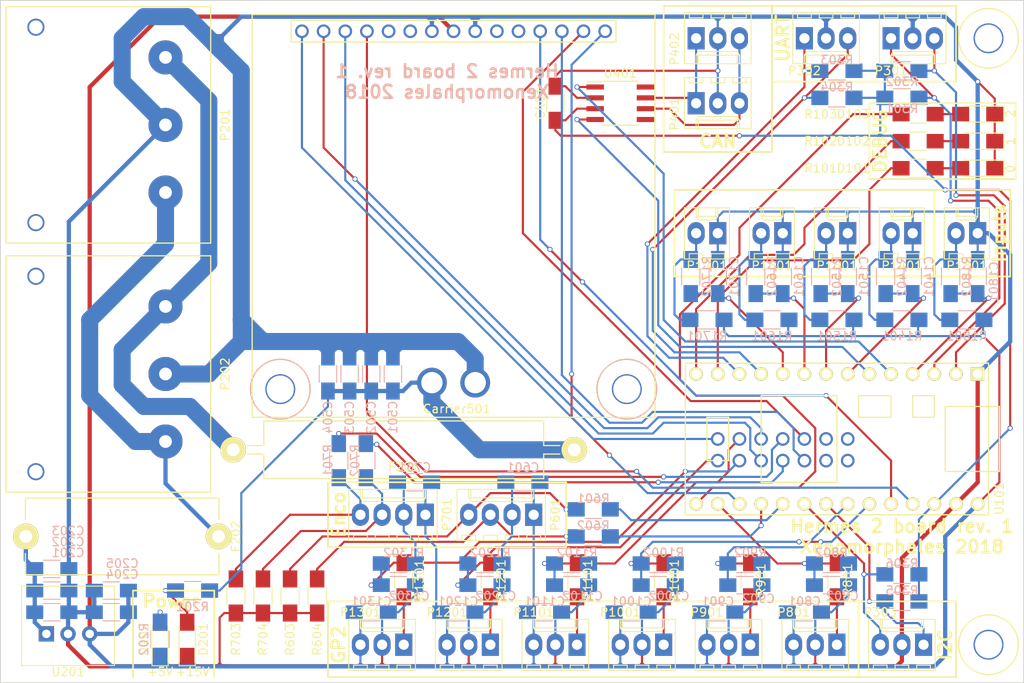
<source format=kicad_pcb>
(kicad_pcb (version 4) (host pcbnew 4.0.7)
  (layers (0 F.Cu signal) (31 B.Cu signal) (34 B.Paste user) (35 F.Paste user) (36 B.SilkS user) (37 F.SilkS user) (38 B.Mask user) (39 F.Mask user) (44 Edge.Cuts user))
  (net 0 "")
  (net 1 "Net-(C201-Pad1)")
  (net 2 /GND)
  (net 3 /+5V)
  (net 4 /+3.3V)
  (net 5 /+15V)
  (net 6 /GP2_1_Signal)
  (net 7 /GP2_2_Signal)
  (net 8 /GP2_3_Signal)
  (net 9 /GP2_4_Signal)
  (net 10 /GP2_5_Signal)
  (net 11 /GP2_6_Signal)
  (net 12 /LimitSwitch_1_Signal)
  (net 13 /LimitSwitch_2_Signal)
  (net 14 /LimitSwitch_3_Signal)
  (net 15 /LimitSwitch_4_Signal)
  (net 16 /PullSignal)
  (net 17 /DIAG_1)
  (net 18 /IN_A_1)
  (net 19 /IN_B_1)
  (net 20 /PWM_1)
  (net 21 /Driver/CS_1)
  (net 22 "Net-(Carrier501-Pad6)")
  (net 23 "Net-(Carrier501-Pad10)")
  (net 24 /DIAG_2)
  (net 25 /IN_A_2)
  (net 26 /IN_B_2)
  (net 27 /PWM_2)
  (net 28 /Driver/CS_2)
  (net 29 "Net-(D101-Pad2)")
  (net 30 "Net-(D102-Pad2)")
  (net 31 "Net-(D103-Pad2)")
  (net 32 "Net-(D201-Pad2)")
  (net 33 "Net-(D202-Pad2)")
  (net 34 "Net-(F201-Pad1)")
  (net 35 "Net-(F202-Pad1)")
  (net 36 /UART0_TX)
  (net 37 /UART0_RX)
  (net 38 /UART1_TX)
  (net 39 /UART1_RX)
  (net 40 /SCL)
  (net 41 /SDA)
  (net 42 "Net-(P401-Pad1)")
  (net 43 "Net-(P401-Pad3)")
  (net 44 "Net-(P601-Pad3)")
  (net 45 "Net-(P601-Pad4)")
  (net 46 "Net-(P701-Pad3)")
  (net 47 "Net-(P701-Pad4)")
  (net 48 "Net-(P801-Pad1)")
  (net 49 "Net-(P901-Pad1)")
  (net 50 "Net-(P1001-Pad1)")
  (net 51 "Net-(P1101-Pad1)")
  (net 52 "Net-(P1201-Pad1)")
  (net 53 "Net-(P1301-Pad1)")
  (net 54 "Net-(P1401-Pad2)")
  (net 55 "Net-(P1501-Pad2)")
  (net 56 "Net-(P1601-Pad2)")
  (net 57 "Net-(P1701-Pad2)")
  (net 58 "Net-(P1801-Pad2)")
  (net 59 /LED_Debug0)
  (net 60 /LED_Debug1)
  (net 61 /LED_Debug2)
  (net 62 /ENC_1_B)
  (net 63 /ENC_1_A)
  (net 64 /ENC_2_B)
  (net 65 /ENC_2_A)
  (net 66 /CAN_RX)
  (net 67 /CAN_TX)
  (net 68 "Net-(U101-Pad38)")
  (net 69 "Net-(U101-Pad39)")
  (net 70 "Net-(U101-Pad50)")
  (net 71 "Net-(U101-Pad51)")
  (net 72 "Net-(U401-Pad5)")
  (net 73 "Net-(U401-Pad8)")
  (module xenocad.misc:M3_Screw (layer F.Cu) (at 203.88 140.56)
    (fp_text reference REF** hide)
    (fp_text value M3_Screw hide)
    (pad "" thru_hole circle (at 0 0) (size 3.5 3.5) (drill 3.175) (layers *.Cu *.Mask))
  )
  (module xenocad.connectors:Hirose_DF22-03P-7.92DS_03x7.92mm_Angled (layer F.Cu) (at 107.36 108.81 90)
    (fp_text reference P202 (at 0 7 90) (layer F.SilkS))
    (fp_text value Power_IO hide)
    (pad 2 thru_hole circle (at 0 0 90) (size 4 4) (drill 1.5) (layers *.Cu *.Mask) (net 2 /GND))
    (pad 1 thru_hole circle (at -7.92 0 90) (size 4 4) (drill 1.5) (layers *.Cu *.Mask) (net 35 "Net-(F202-Pad1)"))
    (pad 3 thru_hole circle (at 7.92 0 90) (size 4 4) (drill 1.5) (layers *.Cu *.Mask) (net 34 "Net-(F201-Pad1)"))
    (pad "" thru_hole circle (at -11.46 -15.2 90) (size 2 2) (drill 1.6) (layers *.Cu *.Mask))
    (pad "" thru_hole circle (at 11.46 -15.2 90) (size 2 2) (drill 1.6) (layers *.Cu *.Mask))
  )
  (module Capacitors_SMD:C_1206_HandSoldering (layer B.Cu) (at 94.025 136.75)
    (fp_text reference C201 (at 1.905 -6.985) (layer B.SilkS) (effects (justify mirror)))
    (fp_text value 10µF hide)
    (pad 1 smd rect (at -2 0) (size 2 1.6) (layers B.Cu B.Paste B.Mask) (net 1 "Net-(C201-Pad1)"))
    (pad 2 smd rect (at 2 0) (size 2 1.6) (layers B.Cu B.Paste B.Mask) (net 2 /GND))
  )
  (module Capacitors_SMD:C_1206_HandSoldering (layer B.Cu) (at 94.025 134.21)
    (fp_text reference C202 (at 1.905 -5.715) (layer B.SilkS) (effects (justify mirror)))
    (fp_text value 100nF hide)
    (pad 1 smd rect (at -2 0) (size 2 1.6) (layers B.Cu B.Paste B.Mask) (net 1 "Net-(C201-Pad1)"))
    (pad 2 smd rect (at 2 0) (size 2 1.6) (layers B.Cu B.Paste B.Mask) (net 2 /GND))
  )
  (module Capacitors_SMD:C_1206_HandSoldering (layer B.Cu) (at 94.025 131.67)
    (fp_text reference C203 (at 1.905 -4.445) (layer B.SilkS) (effects (justify mirror)))
    (fp_text value 100nF hide)
    (pad 1 smd rect (at -2 0) (size 2 1.6) (layers B.Cu B.Paste B.Mask) (net 1 "Net-(C201-Pad1)"))
    (pad 2 smd rect (at 2 0) (size 2 1.6) (layers B.Cu B.Paste B.Mask) (net 2 /GND))
  )
  (module Capacitors_SMD:C_1206_HandSoldering (layer B.Cu) (at 101.01 136.75 180)
    (fp_text reference C204 (at -1.27 4.445 180) (layer B.SilkS) (effects (justify mirror)))
    (fp_text value 1µF hide)
    (pad 1 smd rect (at -2 0 180) (size 2 1.6) (layers B.Cu B.Paste B.Mask) (net 3 /+5V))
    (pad 2 smd rect (at 2 0 180) (size 2 1.6) (layers B.Cu B.Paste B.Mask) (net 2 /GND))
  )
  (module Capacitors_SMD:C_1206_HandSoldering (layer B.Cu) (at 101.01 134.21 180)
    (fp_text reference C205 (at -1.27 3.175 180) (layer B.SilkS) (effects (justify mirror)))
    (fp_text value 100nF hide)
    (pad 1 smd rect (at -2 0 180) (size 2 1.6) (layers B.Cu B.Paste B.Mask) (net 3 /+5V))
    (pad 2 smd rect (at 2 0 180) (size 2 1.6) (layers B.Cu B.Paste B.Mask) (net 2 /GND))
  )
  (module Capacitors_SMD:C_1206_HandSoldering (layer F.Cu) (at 153.08 77.06 90)
    (fp_text reference C401 (at 0 -1.75 90) (layer F.SilkS))
    (fp_text value 100nF hide)
    (pad 1 smd rect (at -2 0 90) (size 2 1.6) (layers F.Cu F.Paste F.Mask) (net 4 /+3.3V))
    (pad 2 smd rect (at 2 0 90) (size 2 1.6) (layers F.Cu F.Paste F.Mask) (net 2 /GND))
  )
  (module Capacitors_SMD:C_1206_HandSoldering (layer B.Cu) (at 134.03 108.81 90)
    (fp_text reference C501 (at -5.08 0 90) (layer B.SilkS) (effects (justify mirror)))
    (fp_text value 10µF hide)
    (pad 1 smd rect (at -2 0 90) (size 2 1.6) (layers B.Cu B.Paste B.Mask) (net 5 /+15V))
    (pad 2 smd rect (at 2 0 90) (size 2 1.6) (layers B.Cu B.Paste B.Mask) (net 2 /GND))
  )
  (module Capacitors_SMD:C_1206_HandSoldering (layer B.Cu) (at 131.49 108.81 90)
    (fp_text reference C502 (at -5.08 0 90) (layer B.SilkS) (effects (justify mirror)))
    (fp_text value 100nF hide)
    (pad 1 smd rect (at -2 0 90) (size 2 1.6) (layers B.Cu B.Paste B.Mask) (net 5 /+15V))
    (pad 2 smd rect (at 2 0 90) (size 2 1.6) (layers B.Cu B.Paste B.Mask) (net 2 /GND))
  )
  (module Capacitors_SMD:C_1206_HandSoldering (layer B.Cu) (at 128.95 108.81 90)
    (fp_text reference C503 (at -5.08 0 90) (layer B.SilkS) (effects (justify mirror)))
    (fp_text value 10µF hide)
    (pad 1 smd rect (at -2 0 90) (size 2 1.6) (layers B.Cu B.Paste B.Mask) (net 5 /+15V))
    (pad 2 smd rect (at 2 0 90) (size 2 1.6) (layers B.Cu B.Paste B.Mask) (net 2 /GND))
  )
  (module Capacitors_SMD:C_1206_HandSoldering (layer B.Cu) (at 126.41 108.81 90)
    (fp_text reference C504 (at -5.08 0 90) (layer B.SilkS) (effects (justify mirror)))
    (fp_text value 100nF hide)
    (pad 1 smd rect (at -2 0 90) (size 2 1.6) (layers B.Cu B.Paste B.Mask) (net 5 /+15V))
    (pad 2 smd rect (at 2 0 90) (size 2 1.6) (layers B.Cu B.Paste B.Mask) (net 2 /GND))
  )
  (module Capacitors_SMD:C_1206_HandSoldering (layer B.Cu) (at 149.27 121.51 180)
    (fp_text reference C601 (at 0 1.75 180) (layer B.SilkS) (effects (justify mirror)))
    (fp_text value 100nF hide)
    (pad 1 smd rect (at -2 0 180) (size 2 1.6) (layers B.Cu B.Paste B.Mask) (net 3 /+5V))
    (pad 2 smd rect (at 2 0 180) (size 2 1.6) (layers B.Cu B.Paste B.Mask) (net 2 /GND))
  )
  (module Capacitors_SMD:C_1206_HandSoldering (layer B.Cu) (at 136.57 121.51 180)
    (fp_text reference C701 (at 0 1.75 180) (layer B.SilkS) (effects (justify mirror)))
    (fp_text value 100nF hide)
    (pad 1 smd rect (at -2 0 180) (size 2 1.6) (layers B.Cu B.Paste B.Mask) (net 3 /+5V))
    (pad 2 smd rect (at 2 0 180) (size 2 1.6) (layers B.Cu B.Paste B.Mask) (net 2 /GND))
  )
  (module Capacitors_SMD:C_1206_HandSoldering (layer B.Cu) (at 182.29 136.75 180)
    (fp_text reference C801 (at 0 1.27 180) (layer B.SilkS) (effects (justify mirror)))
    (fp_text value 10µF hide)
    (pad 1 smd rect (at -2 0 180) (size 2 1.6) (layers B.Cu B.Paste B.Mask) (net 2 /GND))
    (pad 2 smd rect (at 2 0 180) (size 2 1.6) (layers B.Cu B.Paste B.Mask) (net 3 /+5V))
  )
  (module Capacitors_SMD:C_1206_HandSoldering (layer B.Cu) (at 185.465 133.575 180)
    (fp_text reference C802 (at -1.27 -1.27 180) (layer B.SilkS) (effects (justify mirror)))
    (fp_text value 100nF hide)
    (pad 1 smd rect (at -2 0 180) (size 2 1.6) (layers B.Cu B.Paste B.Mask) (net 2 /GND))
    (pad 2 smd rect (at 2 0 180) (size 2 1.6) (layers B.Cu B.Paste B.Mask) (net 6 /GP2_1_Signal))
  )
  (module Capacitors_SMD:C_1206_HandSoldering (layer B.Cu) (at 172.13 136.75 180)
    (fp_text reference C901 (at 0 1.27 180) (layer B.SilkS) (effects (justify mirror)))
    (fp_text value 10µF hide)
    (pad 1 smd rect (at -2 0 180) (size 2 1.6) (layers B.Cu B.Paste B.Mask) (net 2 /GND))
    (pad 2 smd rect (at 2 0 180) (size 2 1.6) (layers B.Cu B.Paste B.Mask) (net 3 /+5V))
  )
  (module Capacitors_SMD:C_1206_HandSoldering (layer B.Cu) (at 175.305 133.575 180)
    (fp_text reference C902 (at -1.5875 -1.5875 180) (layer B.SilkS) (effects (justify mirror)))
    (fp_text value 100nF hide)
    (pad 1 smd rect (at -2 0 180) (size 2 1.6) (layers B.Cu B.Paste B.Mask) (net 2 /GND))
    (pad 2 smd rect (at 2 0 180) (size 2 1.6) (layers B.Cu B.Paste B.Mask) (net 7 /GP2_2_Signal))
  )
  (module Capacitors_SMD:C_1206_HandSoldering (layer B.Cu) (at 161.97 136.75 180)
    (fp_text reference C1001 (at 0 1.27 180) (layer B.SilkS) (effects (justify mirror)))
    (fp_text value 10µF hide)
    (pad 1 smd rect (at -2 0 180) (size 2 1.6) (layers B.Cu B.Paste B.Mask) (net 2 /GND))
    (pad 2 smd rect (at 2 0 180) (size 2 1.6) (layers B.Cu B.Paste B.Mask) (net 3 /+5V))
  )
  (module Capacitors_SMD:C_1206_HandSoldering (layer B.Cu) (at 165.145 133.575 180)
    (fp_text reference C1002 (at -1.27 -1.27 180) (layer B.SilkS) (effects (justify mirror)))
    (fp_text value 100nF hide)
    (pad 1 smd rect (at -2 0 180) (size 2 1.6) (layers B.Cu B.Paste B.Mask) (net 2 /GND))
    (pad 2 smd rect (at 2 0 180) (size 2 1.6) (layers B.Cu B.Paste B.Mask) (net 8 /GP2_3_Signal))
  )
  (module Capacitors_SMD:C_1206_HandSoldering (layer B.Cu) (at 151.81 136.75 180)
    (fp_text reference C1101 (at 0 1.27 180) (layer B.SilkS) (effects (justify mirror)))
    (fp_text value 10µF hide)
    (pad 1 smd rect (at -2 0 180) (size 2 1.6) (layers B.Cu B.Paste B.Mask) (net 2 /GND))
    (pad 2 smd rect (at 2 0 180) (size 2 1.6) (layers B.Cu B.Paste B.Mask) (net 3 /+5V))
  )
  (module Capacitors_SMD:C_1206_HandSoldering (layer B.Cu) (at 154.985 133.575 180)
    (fp_text reference C1102 (at -1.27 -1.27 180) (layer B.SilkS) (effects (justify mirror)))
    (fp_text value 100nF hide)
    (pad 1 smd rect (at -2 0 180) (size 2 1.6) (layers B.Cu B.Paste B.Mask) (net 2 /GND))
    (pad 2 smd rect (at 2 0 180) (size 2 1.6) (layers B.Cu B.Paste B.Mask) (net 9 /GP2_4_Signal))
  )
  (module Capacitors_SMD:C_1206_HandSoldering (layer B.Cu) (at 141.65 136.75 180)
    (fp_text reference C1201 (at 0 1.27 180) (layer B.SilkS) (effects (justify mirror)))
    (fp_text value 10µF hide)
    (pad 1 smd rect (at -2 0 180) (size 2 1.6) (layers B.Cu B.Paste B.Mask) (net 2 /GND))
    (pad 2 smd rect (at 2 0 180) (size 2 1.6) (layers B.Cu B.Paste B.Mask) (net 3 /+5V))
  )
  (module Capacitors_SMD:C_1206_HandSoldering (layer B.Cu) (at 144.825 133.575 180)
    (fp_text reference C1202 (at -1.27 -1.27 180) (layer B.SilkS) (effects (justify mirror)))
    (fp_text value 100nF hide)
    (pad 1 smd rect (at -2 0 180) (size 2 1.6) (layers B.Cu B.Paste B.Mask) (net 2 /GND))
    (pad 2 smd rect (at 2 0 180) (size 2 1.6) (layers B.Cu B.Paste B.Mask) (net 10 /GP2_5_Signal))
  )
  (module Capacitors_SMD:C_1206_HandSoldering (layer B.Cu) (at 131.49 136.75 180)
    (fp_text reference C1301 (at 0 1.27 180) (layer B.SilkS) (effects (justify mirror)))
    (fp_text value 10µF hide)
    (pad 1 smd rect (at -2 0 180) (size 2 1.6) (layers B.Cu B.Paste B.Mask) (net 2 /GND))
    (pad 2 smd rect (at 2 0 180) (size 2 1.6) (layers B.Cu B.Paste B.Mask) (net 3 /+5V))
  )
  (module Capacitors_SMD:C_1206_HandSoldering (layer B.Cu) (at 134.665 133.575 180)
    (fp_text reference C1302 (at -1.27 -1.27 180) (layer B.SilkS) (effects (justify mirror)))
    (fp_text value 100nF hide)
    (pad 1 smd rect (at -2 0 180) (size 2 1.6) (layers B.Cu B.Paste B.Mask) (net 2 /GND))
    (pad 2 smd rect (at 2 0 180) (size 2 1.6) (layers B.Cu B.Paste B.Mask) (net 11 /GP2_6_Signal))
  )
  (module Capacitors_SMD:C_1206_HandSoldering (layer B.Cu) (at 194.99 97.38 90)
    (fp_text reference C1401 (at 0 1.905 90) (layer B.SilkS) (effects (justify mirror)))
    (fp_text value 1µF hide)
    (pad 1 smd rect (at -2 0 90) (size 2 1.6) (layers B.Cu B.Paste B.Mask) (net 12 /LimitSwitch_1_Signal))
    (pad 2 smd rect (at 2 0 90) (size 2 1.6) (layers B.Cu B.Paste B.Mask) (net 2 /GND))
  )
  (module Capacitors_SMD:C_1206_HandSoldering (layer B.Cu) (at 187.37 97.38 90)
    (fp_text reference C1501 (at 0 1.905 90) (layer B.SilkS) (effects (justify mirror)))
    (fp_text value 1µF hide)
    (pad 1 smd rect (at -2 0 90) (size 2 1.6) (layers B.Cu B.Paste B.Mask) (net 13 /LimitSwitch_2_Signal))
    (pad 2 smd rect (at 2 0 90) (size 2 1.6) (layers B.Cu B.Paste B.Mask) (net 2 /GND))
  )
  (module Capacitors_SMD:C_1206_HandSoldering (layer B.Cu) (at 179.75 97.38 90)
    (fp_text reference C1601 (at 0 1.905 90) (layer B.SilkS) (effects (justify mirror)))
    (fp_text value 1µF hide)
    (pad 1 smd rect (at -2 0 90) (size 2 1.6) (layers B.Cu B.Paste B.Mask) (net 14 /LimitSwitch_3_Signal))
    (pad 2 smd rect (at 2 0 90) (size 2 1.6) (layers B.Cu B.Paste B.Mask) (net 2 /GND))
  )
  (module Capacitors_SMD:C_1206_HandSoldering (layer B.Cu) (at 172.13 97.38 90)
    (fp_text reference C1701 (at 0 1.905 90) (layer B.SilkS) (effects (justify mirror)))
    (fp_text value 1µF hide)
    (pad 1 smd rect (at -2 0 90) (size 2 1.6) (layers B.Cu B.Paste B.Mask) (net 15 /LimitSwitch_4_Signal))
    (pad 2 smd rect (at 2 0 90) (size 2 1.6) (layers B.Cu B.Paste B.Mask) (net 2 /GND))
  )
  (module Capacitors_SMD:C_1206_HandSoldering (layer B.Cu) (at 202.61 97.38 90)
    (fp_text reference C1801 (at -0.635 1.905 90) (layer B.SilkS) (effects (justify mirror)))
    (fp_text value 1µF hide)
    (pad 1 smd rect (at -2 0 90) (size 2 1.6) (layers B.Cu B.Paste B.Mask) (net 16 /PullSignal))
    (pad 2 smd rect (at 2 0 90) (size 2 1.6) (layers B.Cu B.Paste B.Mask) (net 2 /GND))
  )
  (module xenocad.motor_driver:Pololu_Dual_VNHxSP30_Motor_Driver_no_output (layer F.Cu) (at 117.52 113.89)
    (fp_text reference Carrier501 (at 24 -1) (layer F.SilkS))
    (fp_text value Pololu_Dual_VNHxSP30_Motor_Driver_Carrier hide)
    (pad "" thru_hole circle (at 3.302 -3.302) (size 3.5 3.5) (drill 3.175) (layers *.Cu *.Mask))
    (pad "" thru_hole circle (at 43.942 -3.302) (size 3.5 3.5) (drill 3.175) (layers *.Cu *.Mask))
    (pad 1 thru_hole circle (at 41.402 -45.2755) (size 1.6 1.6) (drill 1.1) (layers *.Cu *.Mask) (net 17 /DIAG_1))
    (pad 2 thru_hole circle (at 38.862 -45.2755) (size 1.6 1.6) (drill 1.1) (layers *.Cu *.Mask) (net 18 /IN_A_1))
    (pad 3 thru_hole circle (at 36.322 -45.2755) (size 1.6 1.6) (drill 1.1) (layers *.Cu *.Mask) (net 19 /IN_B_1))
    (pad 4 thru_hole circle (at 33.782 -45.2755) (size 1.6 1.6) (drill 1.1) (layers *.Cu *.Mask) (net 20 /PWM_1))
    (pad 5 thru_hole circle (at 31.242 -45.2755) (size 1.6 1.6) (drill 1.1) (layers *.Cu *.Mask) (net 21 /Driver/CS_1))
    (pad 6 thru_hole circle (at 28.702 -45.2755) (size 1.6 1.6) (drill 1.1) (layers *.Cu *.Mask) (net 22 "Net-(Carrier501-Pad6)"))
    (pad 7 thru_hole circle (at 26.162 -45.2755) (size 1.6 1.6) (drill 1.1) (layers *.Cu *.Mask) (net 2 /GND))
    (pad 8 thru_hole circle (at 23.622 -45.2755) (size 1.6 1.6) (drill 1.1) (layers *.Cu *.Mask) (net 3 /+5V))
    (pad 9 thru_hole circle (at 21.082 -45.2755) (size 1.6 1.6) (drill 1.1) (layers *.Cu *.Mask) (net 2 /GND))
    (pad 10 thru_hole circle (at 18.542 -45.2755) (size 1.6 1.6) (drill 1.1) (layers *.Cu *.Mask) (net 23 "Net-(Carrier501-Pad10)"))
    (pad 11 thru_hole circle (at 16.002 -45.2755) (size 1.6 1.6) (drill 1.1) (layers *.Cu *.Mask) (net 28 /Driver/CS_2))
    (pad 12 thru_hole circle (at 13.462 -45.2755) (size 1.6 1.6) (drill 1.1) (layers *.Cu *.Mask) (net 27 /PWM_2))
    (pad 13 thru_hole circle (at 10.922 -45.2755) (size 1.6 1.6) (drill 1.1) (layers *.Cu *.Mask) (net 26 /IN_B_2))
    (pad 14 thru_hole circle (at 8.382 -45.2755) (size 1.6 1.6) (drill 1.1) (layers *.Cu *.Mask) (net 25 /IN_A_2))
    (pad 15 thru_hole circle (at 5.842 -45.2755) (size 1.6 1.6) (drill 1.1) (layers *.Cu *.Mask) (net 24 /DIAG_2))
    (pad 18 thru_hole circle (at 26.162 -4.064) (size 3.5 3.5) (drill 2.5) (layers *.Cu *.Mask) (net 2 /GND))
    (pad 19 thru_hole circle (at 21.082 -4.064) (size 3.5 3.5) (drill 2.5) (layers *.Cu *.Mask) (net 5 /+15V))
  )
  (module LEDs:LED_1206_HandSoldering (layer F.Cu) (at 202.61 84.68 180)
    (fp_text reference D101 (at 14.605 0 180) (layer F.SilkS))
    (fp_text value LED_Debug hide)
    (pad 1 smd rect (at -2 0 180) (size 2 1.7) (layers F.Cu F.Paste F.Mask) (net 2 /GND))
    (pad 2 smd rect (at 2 0 180) (size 2 1.7) (layers F.Cu F.Paste F.Mask) (net 29 "Net-(D101-Pad2)"))
  )
  (module LEDs:LED_1206_HandSoldering (layer F.Cu) (at 202.61 81.505 180)
    (fp_text reference D102 (at 14.605 0 180) (layer F.SilkS))
    (fp_text value LED_Debug hide)
    (pad 1 smd rect (at -2 0 180) (size 2 1.7) (layers F.Cu F.Paste F.Mask) (net 2 /GND))
    (pad 2 smd rect (at 2 0 180) (size 2 1.7) (layers F.Cu F.Paste F.Mask) (net 30 "Net-(D102-Pad2)"))
  )
  (module LEDs:LED_1206_HandSoldering (layer F.Cu) (at 202.61 78.33 180)
    (fp_text reference D103 (at 14.605 0 180) (layer F.SilkS))
    (fp_text value LED_Debug hide)
    (pad 1 smd rect (at -2 0 180) (size 2 1.7) (layers F.Cu F.Paste F.Mask) (net 2 /GND))
    (pad 2 smd rect (at 2 0 180) (size 2 1.7) (layers F.Cu F.Paste F.Mask) (net 31 "Net-(D103-Pad2)"))
  )
  (module LEDs:LED_1206_HandSoldering (layer F.Cu) (at 109.9 139.925 90)
    (fp_text reference D201 (at 0 1.905 90) (layer F.SilkS))
    (fp_text value LED_15V hide)
    (pad 1 smd rect (at -2 0 90) (size 2 1.7) (layers F.Cu F.Paste F.Mask) (net 2 /GND))
    (pad 2 smd rect (at 2 0 90) (size 2 1.7) (layers F.Cu F.Paste F.Mask) (net 32 "Net-(D201-Pad2)"))
  )
  (module LEDs:LED_1206_HandSoldering (layer F.Cu) (at 106.725 139.925 90)
    (fp_text reference D202 (at 0 -1.905 90) (layer F.SilkS))
    (fp_text value LED_5V hide)
    (pad 1 smd rect (at -2 0 90) (size 2 1.7) (layers F.Cu F.Paste F.Mask) (net 2 /GND))
    (pad 2 smd rect (at 2 0 90) (size 2 1.7) (layers F.Cu F.Paste F.Mask) (net 33 "Net-(D202-Pad2)"))
  )
  (module xenocad.fuses:Fuse_Eaton-ABC_20A+_Axial (layer F.Cu) (at 135.3 117.7)
    (fp_text reference F201 (at 0 2) (layer F.SilkS))
    (fp_text value "FUSE 30A" hide)
    (pad 1 thru_hole circle (at -20 0) (size 3 3) (drill 1.5) (layers *.Cu *.Mask F.SilkS) (net 34 "Net-(F201-Pad1)"))
    (pad 2 thru_hole circle (at 20 0) (size 3 3) (drill 1.5) (layers *.Cu *.Mask F.SilkS) (net 5 /+15V))
  )
  (module xenocad.fuses:Fuseholder_Littlefuse-646 (layer F.Cu) (at 102.28 127.86 180)
    (fp_text reference F202 (at -13.335 0 270) (layer F.SilkS))
    (fp_text value "FUSE 1A" hide)
    (pad 1 thru_hole circle (at -11.3 0 180) (size 3 3) (drill 1.5) (layers *.Cu *.Mask F.SilkS) (net 35 "Net-(F202-Pad1)"))
    (pad 2 thru_hole circle (at 11.3 0 180) (size 3 3) (drill 1.5) (layers *.Cu *.Mask F.SilkS) (net 1 "Net-(C201-Pad1)"))
  )
  (module xenocad.connectors:Hirose_DF22-03P-7.92DS_03x7.92mm_Angled (layer F.Cu) (at 107.36 79.6 90)
    (fp_text reference P201 (at 0 7 90) (layer F.SilkS))
    (fp_text value Power_IO hide)
    (pad 2 thru_hole circle (at 0 0 90) (size 4 4) (drill 1.5) (layers *.Cu *.Mask) (net 2 /GND))
    (pad 1 thru_hole circle (at -7.92 0 90) (size 4 4) (drill 1.5) (layers *.Cu *.Mask) (net 35 "Net-(F202-Pad1)"))
    (pad 3 thru_hole circle (at 7.92 0 90) (size 4 4) (drill 1.5) (layers *.Cu *.Mask) (net 34 "Net-(F201-Pad1)"))
    (pad "" thru_hole circle (at -11.46 -15.2 90) (size 2 2) (drill 1.6) (layers *.Cu *.Mask))
    (pad "" thru_hole circle (at 11.46 -15.2 90) (size 2 2) (drill 1.6) (layers *.Cu *.Mask))
  )
  (module Connectors_Molex:Molex_KK-6410-03_03x2.54mm_Straight (layer F.Cu) (at 192.45 69.44)
    (fp_text reference P301 (at 0 3.81) (layer F.SilkS))
    (fp_text value UART_IO hide)
    (pad 1 thru_hole rect (at 0 0) (size 2 2.6) (drill 1.2) (layers *.Cu *.Mask) (net 36 /UART0_TX))
    (pad 2 thru_hole oval (at 2.54 0) (size 2 2.6) (drill 1.2) (layers *.Cu *.Mask) (net 2 /GND))
    (pad 3 thru_hole oval (at 5.08 0) (size 2 2.6) (drill 1.2) (layers *.Cu *.Mask) (net 37 /UART0_RX))
  )
  (module Connectors_Molex:Molex_KK-6410-03_03x2.54mm_Straight (layer F.Cu) (at 182.29 69.44)
    (fp_text reference P302 (at 0 3.81) (layer F.SilkS))
    (fp_text value UART_IO hide)
    (pad 1 thru_hole rect (at 0 0) (size 2 2.6) (drill 1.2) (layers *.Cu *.Mask) (net 38 /UART1_TX))
    (pad 2 thru_hole oval (at 2.54 0) (size 2 2.6) (drill 1.2) (layers *.Cu *.Mask) (net 2 /GND))
    (pad 3 thru_hole oval (at 5.08 0) (size 2 2.6) (drill 1.2) (layers *.Cu *.Mask) (net 39 /UART1_RX))
  )
  (module Connectors_Molex:Molex_KK-6410-03_03x2.54mm_Straight (layer F.Cu) (at 196.26 140.56 180)
    (fp_text reference P303 (at 5.08 3.81 180) (layer F.SilkS))
    (fp_text value I2C_IO hide)
    (pad 1 thru_hole rect (at 0 0 180) (size 2 2.6) (drill 1.2) (layers *.Cu *.Mask) (net 40 /SCL))
    (pad 2 thru_hole oval (at 2.54 0 180) (size 2 2.6) (drill 1.2) (layers *.Cu *.Mask) (net 2 /GND))
    (pad 3 thru_hole oval (at 5.08 0 180) (size 2 2.6) (drill 1.2) (layers *.Cu *.Mask) (net 41 /SDA))
  )
  (module Connectors_Molex:Molex_KK-6410-03_03x2.54mm_Straight (layer F.Cu) (at 169.59 77.06)
    (fp_text reference P401 (at -2.54 1.27 90) (layer F.SilkS))
    (fp_text value CAN_IO hide)
    (pad 1 thru_hole rect (at 0 0) (size 2 2.6) (drill 1.2) (layers *.Cu *.Mask) (net 42 "Net-(P401-Pad1)"))
    (pad 2 thru_hole oval (at 2.54 0) (size 2 2.6) (drill 1.2) (layers *.Cu *.Mask) (net 2 /GND))
    (pad 3 thru_hole oval (at 5.08 0) (size 2 2.6) (drill 1.2) (layers *.Cu *.Mask) (net 43 "Net-(P401-Pad3)"))
  )
  (module Connectors_Molex:Molex_KK-6410-03_03x2.54mm_Straight (layer F.Cu) (at 169.59 69.44)
    (fp_text reference P402 (at -2.54 1.27 90) (layer F.SilkS))
    (fp_text value CAN_IO hide)
    (pad 1 thru_hole rect (at 0 0) (size 2 2.6) (drill 1.2) (layers *.Cu *.Mask) (net 42 "Net-(P401-Pad1)"))
    (pad 2 thru_hole oval (at 2.54 0) (size 2 2.6) (drill 1.2) (layers *.Cu *.Mask) (net 2 /GND))
    (pad 3 thru_hole oval (at 5.08 0) (size 2 2.6) (drill 1.2) (layers *.Cu *.Mask) (net 43 "Net-(P401-Pad3)"))
  )
  (module Connectors_Molex:Molex_KK-6410-04_04x2.54mm_Straight (layer F.Cu) (at 150.54 125.32 180)
    (fp_text reference P601 (at -2.54 0 270) (layer F.SilkS))
    (fp_text value Encoder_IO hide)
    (pad 1 thru_hole rect (at 0 0 180) (size 2 2.6) (drill 1.2) (layers *.Cu *.Mask) (net 3 /+5V))
    (pad 2 thru_hole oval (at 2.54 0 180) (size 2 2.6) (drill 1.2) (layers *.Cu *.Mask) (net 2 /GND))
    (pad 3 thru_hole oval (at 5.08 0 180) (size 2 2.6) (drill 1.2) (layers *.Cu *.Mask) (net 44 "Net-(P601-Pad3)"))
    (pad 4 thru_hole oval (at 7.62 0 180) (size 2 2.6) (drill 1.2) (layers *.Cu *.Mask) (net 45 "Net-(P601-Pad4)"))
  )
  (module Connectors_Molex:Molex_KK-6410-04_04x2.54mm_Straight (layer F.Cu) (at 137.84 125.32 180)
    (fp_text reference P701 (at -2.54 0 270) (layer F.SilkS))
    (fp_text value Encoder_IO hide)
    (pad 1 thru_hole rect (at 0 0 180) (size 2 2.6) (drill 1.2) (layers *.Cu *.Mask) (net 3 /+5V))
    (pad 2 thru_hole oval (at 2.54 0 180) (size 2 2.6) (drill 1.2) (layers *.Cu *.Mask) (net 2 /GND))
    (pad 3 thru_hole oval (at 5.08 0 180) (size 2 2.6) (drill 1.2) (layers *.Cu *.Mask) (net 46 "Net-(P701-Pad3)"))
    (pad 4 thru_hole oval (at 7.62 0 180) (size 2 2.6) (drill 1.2) (layers *.Cu *.Mask) (net 47 "Net-(P701-Pad4)"))
  )
  (module Connectors_Molex:Molex_KK-6410-03_03x2.54mm_Straight (layer F.Cu) (at 186.1 140.56 180)
    (fp_text reference P801 (at 5.08 3.81 180) (layer F.SilkS))
    (fp_text value GP2_IO hide)
    (pad 1 thru_hole rect (at 0 0 180) (size 2 2.6) (drill 1.2) (layers *.Cu *.Mask) (net 48 "Net-(P801-Pad1)"))
    (pad 2 thru_hole oval (at 2.54 0 180) (size 2 2.6) (drill 1.2) (layers *.Cu *.Mask) (net 2 /GND))
    (pad 3 thru_hole oval (at 5.08 0 180) (size 2 2.6) (drill 1.2) (layers *.Cu *.Mask) (net 3 /+5V))
  )
  (module Connectors_Molex:Molex_KK-6410-03_03x2.54mm_Straight (layer F.Cu) (at 175.94 140.56 180)
    (fp_text reference P901 (at 5.08 3.81 180) (layer F.SilkS))
    (fp_text value GP2_IO hide)
    (pad 1 thru_hole rect (at 0 0 180) (size 2 2.6) (drill 1.2) (layers *.Cu *.Mask) (net 49 "Net-(P901-Pad1)"))
    (pad 2 thru_hole oval (at 2.54 0 180) (size 2 2.6) (drill 1.2) (layers *.Cu *.Mask) (net 2 /GND))
    (pad 3 thru_hole oval (at 5.08 0 180) (size 2 2.6) (drill 1.2) (layers *.Cu *.Mask) (net 3 /+5V))
  )
  (module Connectors_Molex:Molex_KK-6410-03_03x2.54mm_Straight (layer F.Cu) (at 165.78 140.56 180)
    (fp_text reference P1001 (at 5.08 3.81 180) (layer F.SilkS))
    (fp_text value GP2_IO hide)
    (pad 1 thru_hole rect (at 0 0 180) (size 2 2.6) (drill 1.2) (layers *.Cu *.Mask) (net 50 "Net-(P1001-Pad1)"))
    (pad 2 thru_hole oval (at 2.54 0 180) (size 2 2.6) (drill 1.2) (layers *.Cu *.Mask) (net 2 /GND))
    (pad 3 thru_hole oval (at 5.08 0 180) (size 2 2.6) (drill 1.2) (layers *.Cu *.Mask) (net 3 /+5V))
  )
  (module Connectors_Molex:Molex_KK-6410-03_03x2.54mm_Straight (layer F.Cu) (at 155.62 140.56 180)
    (fp_text reference P1101 (at 5.08 3.81 180) (layer F.SilkS))
    (fp_text value GP2_IO hide)
    (pad 1 thru_hole rect (at 0 0 180) (size 2 2.6) (drill 1.2) (layers *.Cu *.Mask) (net 51 "Net-(P1101-Pad1)"))
    (pad 2 thru_hole oval (at 2.54 0 180) (size 2 2.6) (drill 1.2) (layers *.Cu *.Mask) (net 2 /GND))
    (pad 3 thru_hole oval (at 5.08 0 180) (size 2 2.6) (drill 1.2) (layers *.Cu *.Mask) (net 3 /+5V))
  )
  (module Connectors_Molex:Molex_KK-6410-03_03x2.54mm_Straight (layer F.Cu) (at 145.46 140.56 180)
    (fp_text reference P1201 (at 5.08 3.81 180) (layer F.SilkS))
    (fp_text value GP2_IO hide)
    (pad 1 thru_hole rect (at 0 0 180) (size 2 2.6) (drill 1.2) (layers *.Cu *.Mask) (net 52 "Net-(P1201-Pad1)"))
    (pad 2 thru_hole oval (at 2.54 0 180) (size 2 2.6) (drill 1.2) (layers *.Cu *.Mask) (net 2 /GND))
    (pad 3 thru_hole oval (at 5.08 0 180) (size 2 2.6) (drill 1.2) (layers *.Cu *.Mask) (net 3 /+5V))
  )
  (module Connectors_Molex:Molex_KK-6410-03_03x2.54mm_Straight (layer F.Cu) (at 135.3 140.56 180)
    (fp_text reference P1301 (at 5.08 3.81 180) (layer F.SilkS))
    (fp_text value GP2_IO hide)
    (pad 1 thru_hole rect (at 0 0 180) (size 2 2.6) (drill 1.2) (layers *.Cu *.Mask) (net 53 "Net-(P1301-Pad1)"))
    (pad 2 thru_hole oval (at 2.54 0 180) (size 2 2.6) (drill 1.2) (layers *.Cu *.Mask) (net 2 /GND))
    (pad 3 thru_hole oval (at 5.08 0 180) (size 2 2.6) (drill 1.2) (layers *.Cu *.Mask) (net 3 /+5V))
  )
  (module Connectors_Molex:Molex_KK-6410-02_02x2.54mm_Straight (layer F.Cu) (at 194.99 92.3 180)
    (fp_text reference P1401 (at 1.27 -3.81 180) (layer F.SilkS))
    (fp_text value DebouncedInput_IO hide)
    (pad 1 thru_hole rect (at 0 0 180) (size 2 2.6) (drill 1.2) (layers *.Cu *.Mask) (net 2 /GND))
    (pad 2 thru_hole oval (at 2.54 0 180) (size 2 2.6) (drill 1.2) (layers *.Cu *.Mask) (net 54 "Net-(P1401-Pad2)"))
  )
  (module Connectors_Molex:Molex_KK-6410-02_02x2.54mm_Straight (layer F.Cu) (at 187.37 92.3 180)
    (fp_text reference P1501 (at 1.27 -3.81 180) (layer F.SilkS))
    (fp_text value DebouncedInput_IO hide)
    (pad 1 thru_hole rect (at 0 0 180) (size 2 2.6) (drill 1.2) (layers *.Cu *.Mask) (net 2 /GND))
    (pad 2 thru_hole oval (at 2.54 0 180) (size 2 2.6) (drill 1.2) (layers *.Cu *.Mask) (net 55 "Net-(P1501-Pad2)"))
  )
  (module Connectors_Molex:Molex_KK-6410-02_02x2.54mm_Straight (layer F.Cu) (at 179.75 92.3 180)
    (fp_text reference P1601 (at 1.27 -3.81 180) (layer F.SilkS))
    (fp_text value DebouncedInput_IO hide)
    (pad 1 thru_hole rect (at 0 0 180) (size 2 2.6) (drill 1.2) (layers *.Cu *.Mask) (net 2 /GND))
    (pad 2 thru_hole oval (at 2.54 0 180) (size 2 2.6) (drill 1.2) (layers *.Cu *.Mask) (net 56 "Net-(P1601-Pad2)"))
  )
  (module Connectors_Molex:Molex_KK-6410-02_02x2.54mm_Straight (layer F.Cu) (at 172.13 92.3 180)
    (fp_text reference P1701 (at 1.27 -3.81 180) (layer F.SilkS))
    (fp_text value DebouncedInput_IO hide)
    (pad 1 thru_hole rect (at 0 0 180) (size 2 2.6) (drill 1.2) (layers *.Cu *.Mask) (net 2 /GND))
    (pad 2 thru_hole oval (at 2.54 0 180) (size 2 2.6) (drill 1.2) (layers *.Cu *.Mask) (net 57 "Net-(P1701-Pad2)"))
  )
  (module Connectors_Molex:Molex_KK-6410-02_02x2.54mm_Straight (layer F.Cu) (at 202.61 92.3 180)
    (fp_text reference P1801 (at 1.27 -3.81 180) (layer F.SilkS))
    (fp_text value DebouncedInput_IO hide)
    (pad 1 thru_hole rect (at 0 0 180) (size 2 2.6) (drill 1.2) (layers *.Cu *.Mask) (net 2 /GND))
    (pad 2 thru_hole oval (at 2.54 0 180) (size 2 2.6) (drill 1.2) (layers *.Cu *.Mask) (net 58 "Net-(P1801-Pad2)"))
  )
  (module Resistors_SMD:R_1206_HandSoldering (layer F.Cu) (at 195.625 84.68)
    (fp_text reference R101 (at -11.43 0) (layer F.SilkS))
    (fp_text value 120Ω hide)
    (pad 1 smd rect (at -2 0) (size 2 1.7) (layers F.Cu F.Paste F.Mask) (net 59 /LED_Debug0))
    (pad 2 smd rect (at 2 0) (size 2 1.7) (layers F.Cu F.Paste F.Mask) (net 29 "Net-(D101-Pad2)"))
  )
  (module Resistors_SMD:R_1206_HandSoldering (layer F.Cu) (at 195.625 81.505)
    (fp_text reference R102 (at -11.43 0) (layer F.SilkS))
    (fp_text value 120Ω hide)
    (pad 1 smd rect (at -2 0) (size 2 1.7) (layers F.Cu F.Paste F.Mask) (net 60 /LED_Debug1))
    (pad 2 smd rect (at 2 0) (size 2 1.7) (layers F.Cu F.Paste F.Mask) (net 30 "Net-(D102-Pad2)"))
  )
  (module Resistors_SMD:R_1206_HandSoldering (layer F.Cu) (at 195.625 78.33)
    (fp_text reference R103 (at -11.43 0) (layer F.SilkS))
    (fp_text value 120Ω hide)
    (pad 1 smd rect (at -2 0) (size 2 1.7) (layers F.Cu F.Paste F.Mask) (net 61 /LED_Debug2))
    (pad 2 smd rect (at 2 0) (size 2 1.7) (layers F.Cu F.Paste F.Mask) (net 31 "Net-(D103-Pad2)"))
  )
  (module Resistors_SMD:R_1206_HandSoldering (layer B.Cu) (at 110.535 134.21 180)
    (fp_text reference R201 (at 0 -1.905 180) (layer B.SilkS) (effects (justify mirror)))
    (fp_text value 6kΩ hide)
    (pad 1 smd rect (at -2 0 180) (size 2 1.7) (layers B.Cu B.Paste B.Mask) (net 5 /+15V))
    (pad 2 smd rect (at 2 0 180) (size 2 1.7) (layers B.Cu B.Paste B.Mask) (net 32 "Net-(D201-Pad2)"))
  )
  (module Resistors_SMD:R_1206_HandSoldering (layer B.Cu) (at 106.725 139.925 90)
    (fp_text reference R202 (at 0 -1.905 90) (layer B.SilkS) (effects (justify mirror)))
    (fp_text value 1.4kΩ hide)
    (pad 1 smd rect (at -2 0 90) (size 2 1.7) (layers B.Cu B.Paste B.Mask) (net 3 /+5V))
    (pad 2 smd rect (at 2 0 90) (size 2 1.7) (layers B.Cu B.Paste B.Mask) (net 33 "Net-(D202-Pad2)"))
  )
  (module Resistors_SMD:R_1206_HandSoldering (layer B.Cu) (at 193.72 76.425)
    (fp_text reference R301 (at 0 1.27) (layer B.SilkS) (effects (justify mirror)))
    (fp_text value 10kΩ hide)
    (pad 1 smd rect (at -2 0) (size 2 1.7) (layers B.Cu B.Paste B.Mask) (net 4 /+3.3V))
    (pad 2 smd rect (at 2 0) (size 2 1.7) (layers B.Cu B.Paste B.Mask) (net 36 /UART0_TX))
  )
  (module Resistors_SMD:R_1206_HandSoldering (layer B.Cu) (at 193.72 73.25)
    (fp_text reference R302 (at 0 1.27) (layer B.SilkS) (effects (justify mirror)))
    (fp_text value 10kΩ hide)
    (pad 1 smd rect (at -2 0) (size 2 1.7) (layers B.Cu B.Paste B.Mask) (net 4 /+3.3V))
    (pad 2 smd rect (at 2 0) (size 2 1.7) (layers B.Cu B.Paste B.Mask) (net 37 /UART0_RX))
  )
  (module Resistors_SMD:R_1206_HandSoldering (layer B.Cu) (at 186.1 73.25 180)
    (fp_text reference R303 (at 0 1.27 180) (layer B.SilkS) (effects (justify mirror)))
    (fp_text value 10kΩ hide)
    (pad 1 smd rect (at -2 0 180) (size 2 1.7) (layers B.Cu B.Paste B.Mask) (net 4 /+3.3V))
    (pad 2 smd rect (at 2 0 180) (size 2 1.7) (layers B.Cu B.Paste B.Mask) (net 38 /UART1_TX))
  )
  (module Resistors_SMD:R_1206_HandSoldering (layer B.Cu) (at 186.1 76.425 180)
    (fp_text reference R304 (at 0 1.27 180) (layer B.SilkS) (effects (justify mirror)))
    (fp_text value 10kΩ hide)
    (pad 1 smd rect (at -2 0 180) (size 2 1.7) (layers B.Cu B.Paste B.Mask) (net 4 /+3.3V))
    (pad 2 smd rect (at 2 0 180) (size 2 1.7) (layers B.Cu B.Paste B.Mask) (net 39 /UART1_RX))
  )
  (module Resistors_SMD:R_1206_HandSoldering (layer B.Cu) (at 193.72 135.48 180)
    (fp_text reference R305 (at 0 1.27 180) (layer B.SilkS) (effects (justify mirror)))
    (fp_text value 2kΩ hide)
    (pad 1 smd rect (at -2 0 180) (size 2 1.7) (layers B.Cu B.Paste B.Mask) (net 4 /+3.3V))
    (pad 2 smd rect (at 2 0 180) (size 2 1.7) (layers B.Cu B.Paste B.Mask) (net 40 /SCL))
  )
  (module Resistors_SMD:R_1206_HandSoldering (layer B.Cu) (at 193.72 132.305 180)
    (fp_text reference R306 (at 0 1.27 180) (layer B.SilkS) (effects (justify mirror)))
    (fp_text value 2kΩ hide)
    (pad 1 smd rect (at -2 0 180) (size 2 1.7) (layers B.Cu B.Paste B.Mask) (net 4 /+3.3V))
    (pad 2 smd rect (at 2 0 180) (size 2 1.7) (layers B.Cu B.Paste B.Mask) (net 41 /SDA))
  )
  (module Resistors_SMD:R_1206_HandSoldering (layer B.Cu) (at 157.525 124.685 180)
    (fp_text reference R601 (at 0 1.27 180) (layer B.SilkS) (effects (justify mirror)))
    (fp_text value 22Ω hide)
    (pad 1 smd rect (at -2 0 180) (size 2 1.7) (layers B.Cu B.Paste B.Mask) (net 62 /ENC_1_B))
    (pad 2 smd rect (at 2 0 180) (size 2 1.7) (layers B.Cu B.Paste B.Mask) (net 45 "Net-(P601-Pad4)"))
  )
  (module Resistors_SMD:R_1206_HandSoldering (layer B.Cu) (at 157.525 127.86 180)
    (fp_text reference R602 (at 0 1.27 180) (layer B.SilkS) (effects (justify mirror)))
    (fp_text value 22Ω hide)
    (pad 1 smd rect (at -2 0 180) (size 2 1.7) (layers B.Cu B.Paste B.Mask) (net 63 /ENC_1_A))
    (pad 2 smd rect (at 2 0 180) (size 2 1.7) (layers B.Cu B.Paste B.Mask) (net 44 "Net-(P601-Pad3)"))
  )
  (module Resistors_SMD:R_1206_HandSoldering (layer F.Cu) (at 121.965 134.845 90)
    (fp_text reference R603 (at -5.08 0 90) (layer F.SilkS))
    (fp_text value 10kΩ hide)
    (pad 1 smd rect (at -2 0 90) (size 2 1.7) (layers F.Cu F.Paste F.Mask) (net 2 /GND))
    (pad 2 smd rect (at 2 0 90) (size 2 1.7) (layers F.Cu F.Paste F.Mask) (net 45 "Net-(P601-Pad4)"))
  )
  (module Resistors_SMD:R_1206_HandSoldering (layer F.Cu) (at 125.14 134.845 90)
    (fp_text reference R604 (at -5.08 0 90) (layer F.SilkS))
    (fp_text value 10kΩ hide)
    (pad 1 smd rect (at -2 0 90) (size 2 1.7) (layers F.Cu F.Paste F.Mask) (net 2 /GND))
    (pad 2 smd rect (at 2 0 90) (size 2 1.7) (layers F.Cu F.Paste F.Mask) (net 44 "Net-(P601-Pad3)"))
  )
  (module Resistors_SMD:R_1206_HandSoldering (layer B.Cu) (at 127.68 118.97 270)
    (fp_text reference R701 (at 0 1.27 270) (layer B.SilkS) (effects (justify mirror)))
    (fp_text value 22Ω hide)
    (pad 1 smd rect (at -2 0 270) (size 2 1.7) (layers B.Cu B.Paste B.Mask) (net 64 /ENC_2_B))
    (pad 2 smd rect (at 2 0 270) (size 2 1.7) (layers B.Cu B.Paste B.Mask) (net 47 "Net-(P701-Pad4)"))
  )
  (module Resistors_SMD:R_1206_HandSoldering (layer B.Cu) (at 130.855 118.97 270)
    (fp_text reference R702 (at 0 1.27 270) (layer B.SilkS) (effects (justify mirror)))
    (fp_text value 22Ω hide)
    (pad 1 smd rect (at -2 0 270) (size 2 1.7) (layers B.Cu B.Paste B.Mask) (net 65 /ENC_2_A))
    (pad 2 smd rect (at 2 0 270) (size 2 1.7) (layers B.Cu B.Paste B.Mask) (net 46 "Net-(P701-Pad3)"))
  )
  (module Resistors_SMD:R_1206_HandSoldering (layer F.Cu) (at 115.615 134.845 90)
    (fp_text reference R703 (at -5.08 0 90) (layer F.SilkS))
    (fp_text value 10kΩ hide)
    (pad 1 smd rect (at -2 0 90) (size 2 1.7) (layers F.Cu F.Paste F.Mask) (net 2 /GND))
    (pad 2 smd rect (at 2 0 90) (size 2 1.7) (layers F.Cu F.Paste F.Mask) (net 47 "Net-(P701-Pad4)"))
  )
  (module Resistors_SMD:R_1206_HandSoldering (layer F.Cu) (at 118.79 134.845 90)
    (fp_text reference R704 (at -5.08 0 90) (layer F.SilkS))
    (fp_text value 10kΩ hide)
    (pad 1 smd rect (at -2 0 90) (size 2 1.7) (layers F.Cu F.Paste F.Mask) (net 2 /GND))
    (pad 2 smd rect (at 2 0 90) (size 2 1.7) (layers F.Cu F.Paste F.Mask) (net 46 "Net-(P701-Pad3)"))
  )
  (module Resistors_SMD:R_1206_HandSoldering (layer F.Cu) (at 186.1 132.94 270)
    (fp_text reference R801 (at 0 -1.27 270) (layer F.SilkS))
    (fp_text value 10kΩ hide)
    (pad 1 smd rect (at -2 0 270) (size 2 1.7) (layers F.Cu F.Paste F.Mask) (net 6 /GP2_1_Signal))
    (pad 2 smd rect (at 2 0 270) (size 2 1.7) (layers F.Cu F.Paste F.Mask) (net 48 "Net-(P801-Pad1)"))
  )
  (module Resistors_SMD:R_1206_HandSoldering (layer B.Cu) (at 185.465 131.035 180)
    (fp_text reference R802 (at 0 1.27 180) (layer B.SilkS) (effects (justify mirror)))
    (fp_text value 20kΩ hide)
    (pad 1 smd rect (at -2 0 180) (size 2 1.7) (layers B.Cu B.Paste B.Mask) (net 2 /GND))
    (pad 2 smd rect (at 2 0 180) (size 2 1.7) (layers B.Cu B.Paste B.Mask) (net 6 /GP2_1_Signal))
  )
  (module Resistors_SMD:R_1206_HandSoldering (layer F.Cu) (at 175.94 132.94 270)
    (fp_text reference R901 (at 0 -1.27 270) (layer F.SilkS))
    (fp_text value 10kΩ hide)
    (pad 1 smd rect (at -2 0 270) (size 2 1.7) (layers F.Cu F.Paste F.Mask) (net 7 /GP2_2_Signal))
    (pad 2 smd rect (at 2 0 270) (size 2 1.7) (layers F.Cu F.Paste F.Mask) (net 49 "Net-(P901-Pad1)"))
  )
  (module Resistors_SMD:R_1206_HandSoldering (layer B.Cu) (at 175.305 131.035 180)
    (fp_text reference R902 (at -0.635 1.27 180) (layer B.SilkS) (effects (justify mirror)))
    (fp_text value 20kΩ hide)
    (pad 1 smd rect (at -2 0 180) (size 2 1.7) (layers B.Cu B.Paste B.Mask) (net 2 /GND))
    (pad 2 smd rect (at 2 0 180) (size 2 1.7) (layers B.Cu B.Paste B.Mask) (net 7 /GP2_2_Signal))
  )
  (module Resistors_SMD:R_1206_HandSoldering (layer F.Cu) (at 165.78 132.94 270)
    (fp_text reference R1001 (at 0 -1.27 270) (layer F.SilkS))
    (fp_text value 10kΩ hide)
    (pad 1 smd rect (at -2 0 270) (size 2 1.7) (layers F.Cu F.Paste F.Mask) (net 8 /GP2_3_Signal))
    (pad 2 smd rect (at 2 0 270) (size 2 1.7) (layers F.Cu F.Paste F.Mask) (net 50 "Net-(P1001-Pad1)"))
  )
  (module Resistors_SMD:R_1206_HandSoldering (layer B.Cu) (at 165.145 131.035 180)
    (fp_text reference R1002 (at -0.635 1.27 180) (layer B.SilkS) (effects (justify mirror)))
    (fp_text value 20kΩ hide)
    (pad 1 smd rect (at -2 0 180) (size 2 1.7) (layers B.Cu B.Paste B.Mask) (net 2 /GND))
    (pad 2 smd rect (at 2 0 180) (size 2 1.7) (layers B.Cu B.Paste B.Mask) (net 8 /GP2_3_Signal))
  )
  (module Resistors_SMD:R_1206_HandSoldering (layer F.Cu) (at 155.62 132.94 270)
    (fp_text reference R1101 (at 0 -1.27 270) (layer F.SilkS))
    (fp_text value 10kΩ hide)
    (pad 1 smd rect (at -2 0 270) (size 2 1.7) (layers F.Cu F.Paste F.Mask) (net 9 /GP2_4_Signal))
    (pad 2 smd rect (at 2 0 270) (size 2 1.7) (layers F.Cu F.Paste F.Mask) (net 51 "Net-(P1101-Pad1)"))
  )
  (module Resistors_SMD:R_1206_HandSoldering (layer B.Cu) (at 154.985 131.035 180)
    (fp_text reference R1102 (at -0.635 1.27 180) (layer B.SilkS) (effects (justify mirror)))
    (fp_text value 20kΩ hide)
    (pad 1 smd rect (at -2 0 180) (size 2 1.7) (layers B.Cu B.Paste B.Mask) (net 2 /GND))
    (pad 2 smd rect (at 2 0 180) (size 2 1.7) (layers B.Cu B.Paste B.Mask) (net 9 /GP2_4_Signal))
  )
  (module Resistors_SMD:R_1206_HandSoldering (layer F.Cu) (at 145.46 132.94 270)
    (fp_text reference R1201 (at 0 -1.27 270) (layer F.SilkS))
    (fp_text value 10kΩ hide)
    (pad 1 smd rect (at -2 0 270) (size 2 1.7) (layers F.Cu F.Paste F.Mask) (net 10 /GP2_5_Signal))
    (pad 2 smd rect (at 2 0 270) (size 2 1.7) (layers F.Cu F.Paste F.Mask) (net 52 "Net-(P1201-Pad1)"))
  )
  (module Resistors_SMD:R_1206_HandSoldering (layer B.Cu) (at 144.825 131.035 180)
    (fp_text reference R1202 (at -0.635 1.27 180) (layer B.SilkS) (effects (justify mirror)))
    (fp_text value 20kΩ hide)
    (pad 1 smd rect (at -2 0 180) (size 2 1.7) (layers B.Cu B.Paste B.Mask) (net 2 /GND))
    (pad 2 smd rect (at 2 0 180) (size 2 1.7) (layers B.Cu B.Paste B.Mask) (net 10 /GP2_5_Signal))
  )
  (module Resistors_SMD:R_1206_HandSoldering (layer F.Cu) (at 135.3 132.94 270)
    (fp_text reference R1301 (at 0 -1.85 270) (layer F.SilkS))
    (fp_text value 10kΩ hide)
    (pad 1 smd rect (at -2 0 270) (size 2 1.7) (layers F.Cu F.Paste F.Mask) (net 11 /GP2_6_Signal))
    (pad 2 smd rect (at 2 0 270) (size 2 1.7) (layers F.Cu F.Paste F.Mask) (net 53 "Net-(P1301-Pad1)"))
  )
  (module Resistors_SMD:R_1206_HandSoldering (layer B.Cu) (at 134.665 131.035 180)
    (fp_text reference R1302 (at -0.635 1.27 180) (layer B.SilkS) (effects (justify mirror)))
    (fp_text value 20kΩ hide)
    (pad 1 smd rect (at -2 0 180) (size 2 1.7) (layers B.Cu B.Paste B.Mask) (net 2 /GND))
    (pad 2 smd rect (at 2 0 180) (size 2 1.7) (layers B.Cu B.Paste B.Mask) (net 11 /GP2_6_Signal))
  )
  (module Resistors_SMD:R_1206_HandSoldering (layer B.Cu) (at 193.72 102.46 180)
    (fp_text reference R1401 (at 0 -1.905 180) (layer B.SilkS) (effects (justify mirror)))
    (fp_text value 100kΩ hide)
    (pad 1 smd rect (at -2 0 180) (size 2 1.7) (layers B.Cu B.Paste B.Mask) (net 3 /+5V))
    (pad 2 smd rect (at 2 0 180) (size 2 1.7) (layers B.Cu B.Paste B.Mask) (net 54 "Net-(P1401-Pad2)"))
  )
  (module Resistors_SMD:R_1206_HandSoldering (layer B.Cu) (at 191.815 97.38 90)
    (fp_text reference R1402 (at 0 1.905 90) (layer B.SilkS) (effects (justify mirror)))
    (fp_text value 18kΩ hide)
    (pad 1 smd rect (at -2 0 90) (size 2 1.7) (layers B.Cu B.Paste B.Mask) (net 12 /LimitSwitch_1_Signal))
    (pad 2 smd rect (at 2 0 90) (size 2 1.7) (layers B.Cu B.Paste B.Mask) (net 54 "Net-(P1401-Pad2)"))
  )
  (module Resistors_SMD:R_1206_HandSoldering (layer B.Cu) (at 186.1 102.46 180)
    (fp_text reference R1501 (at 0 -1.905 180) (layer B.SilkS) (effects (justify mirror)))
    (fp_text value 100kΩ hide)
    (pad 1 smd rect (at -2 0 180) (size 2 1.7) (layers B.Cu B.Paste B.Mask) (net 3 /+5V))
    (pad 2 smd rect (at 2 0 180) (size 2 1.7) (layers B.Cu B.Paste B.Mask) (net 55 "Net-(P1501-Pad2)"))
  )
  (module Resistors_SMD:R_1206_HandSoldering (layer B.Cu) (at 184.195 97.38 90)
    (fp_text reference R1502 (at 0 1.905 90) (layer B.SilkS) (effects (justify mirror)))
    (fp_text value 18kΩ hide)
    (pad 1 smd rect (at -2 0 90) (size 2 1.7) (layers B.Cu B.Paste B.Mask) (net 13 /LimitSwitch_2_Signal))
    (pad 2 smd rect (at 2 0 90) (size 2 1.7) (layers B.Cu B.Paste B.Mask) (net 55 "Net-(P1501-Pad2)"))
  )
  (module Resistors_SMD:R_1206_HandSoldering (layer B.Cu) (at 178.48 102.46 180)
    (fp_text reference R1601 (at 0 -1.905 180) (layer B.SilkS) (effects (justify mirror)))
    (fp_text value 100kΩ hide)
    (pad 1 smd rect (at -2 0 180) (size 2 1.7) (layers B.Cu B.Paste B.Mask) (net 3 /+5V))
    (pad 2 smd rect (at 2 0 180) (size 2 1.7) (layers B.Cu B.Paste B.Mask) (net 56 "Net-(P1601-Pad2)"))
  )
  (module Resistors_SMD:R_1206_HandSoldering (layer B.Cu) (at 176.575 97.38 90)
    (fp_text reference R1602 (at 0 1.905 90) (layer B.SilkS) (effects (justify mirror)))
    (fp_text value 18kΩ hide)
    (pad 1 smd rect (at -2 0 90) (size 2 1.7) (layers B.Cu B.Paste B.Mask) (net 14 /LimitSwitch_3_Signal))
    (pad 2 smd rect (at 2 0 90) (size 2 1.7) (layers B.Cu B.Paste B.Mask) (net 56 "Net-(P1601-Pad2)"))
  )
  (module Resistors_SMD:R_1206_HandSoldering (layer B.Cu) (at 170.86 102.46 180)
    (fp_text reference R1701 (at 0 -1.905 180) (layer B.SilkS) (effects (justify mirror)))
    (fp_text value 100kΩ hide)
    (pad 1 smd rect (at -2 0 180) (size 2 1.7) (layers B.Cu B.Paste B.Mask) (net 3 /+5V))
    (pad 2 smd rect (at 2 0 180) (size 2 1.7) (layers B.Cu B.Paste B.Mask) (net 57 "Net-(P1701-Pad2)"))
  )
  (module Resistors_SMD:R_1206_HandSoldering (layer B.Cu) (at 168.955 97.38 90)
    (fp_text reference R1702 (at 0 1.905 90) (layer B.SilkS) (effects (justify mirror)))
    (fp_text value 18kΩ hide)
    (pad 1 smd rect (at -2 0 90) (size 2 1.7) (layers B.Cu B.Paste B.Mask) (net 15 /LimitSwitch_4_Signal))
    (pad 2 smd rect (at 2 0 90) (size 2 1.7) (layers B.Cu B.Paste B.Mask) (net 57 "Net-(P1701-Pad2)"))
  )
  (module Resistors_SMD:R_1206_HandSoldering (layer B.Cu) (at 201.34 102.46 180)
    (fp_text reference R1801 (at 0 -1.905 180) (layer B.SilkS) (effects (justify mirror)))
    (fp_text value 100kΩ hide)
    (pad 1 smd rect (at -2 0 180) (size 2 1.7) (layers B.Cu B.Paste B.Mask) (net 3 /+5V))
    (pad 2 smd rect (at 2 0 180) (size 2 1.7) (layers B.Cu B.Paste B.Mask) (net 58 "Net-(P1801-Pad2)"))
  )
  (module Resistors_SMD:R_1206_HandSoldering (layer B.Cu) (at 199.435 97.38 90)
    (fp_text reference R1802 (at 0 1.905 90) (layer B.SilkS) (effects (justify mirror)))
    (fp_text value 18kΩ hide)
    (pad 1 smd rect (at -2 0 90) (size 2 1.7) (layers B.Cu B.Paste B.Mask) (net 16 /PullSignal))
    (pad 2 smd rect (at 2 0 90) (size 2 1.7) (layers B.Cu B.Paste B.Mask) (net 58 "Net-(P1801-Pad2)"))
  )
  (module xenocad.teensy:Teensy30_31_32_LC_sides_bottom (layer F.Cu) (at 186.1 116.43 180)
    (fp_text reference U101 (at -19.05 -6.985 270) (layer F.SilkS))
    (fp_text value Teensy3.2 hide)
    (pad 20 thru_hole circle (at 16.51 -7.62 180) (size 1.6 1.6) (drill 1.1) (layers *.Cu *.Mask F.SilkS) (net 61 /LED_Debug2))
    (pad 14 thru_hole circle (at 16.51 7.62 180) (size 1.6 1.6) (drill 1.1) (layers *.Cu *.Mask F.SilkS) (net 60 /LED_Debug1))
    (pad 21 thru_hole circle (at 13.97 -7.62 180) (size 1.6 1.6) (drill 1.1) (layers *.Cu *.Mask F.SilkS) (net 6 /GP2_1_Signal))
    (pad 22 thru_hole circle (at 11.43 -7.62 180) (size 1.6 1.6) (drill 1.1) (layers *.Cu *.Mask F.SilkS) (net 17 /DIAG_1))
    (pad 23 thru_hole circle (at 8.89 -7.62 180) (size 1.6 1.6) (drill 1.1) (layers *.Cu *.Mask F.SilkS) (net 63 /ENC_1_A))
    (pad 24 thru_hole circle (at 6.35 -7.62 180) (size 1.6 1.6) (drill 1.1) (layers *.Cu *.Mask F.SilkS) (net 62 /ENC_1_B))
    (pad 25 thru_hole circle (at 3.81 -7.62 180) (size 1.6 1.6) (drill 1.1) (layers *.Cu *.Mask F.SilkS) (net 41 /SDA))
    (pad 26 thru_hole circle (at 1.27 -7.62 180) (size 1.6 1.6) (drill 1.1) (layers *.Cu *.Mask F.SilkS) (net 40 /SCL))
    (pad 27 thru_hole circle (at -1.27 -7.62 180) (size 1.6 1.6) (drill 1.1) (layers *.Cu *.Mask F.SilkS) (net 7 /GP2_2_Signal))
    (pad 28 thru_hole circle (at -3.81 -7.62 180) (size 1.6 1.6) (drill 1.1) (layers *.Cu *.Mask F.SilkS) (net 8 /GP2_3_Signal))
    (pad 29 thru_hole circle (at -6.35 -7.62 180) (size 1.6 1.6) (drill 1.1) (layers *.Cu *.Mask F.SilkS) (net 20 /PWM_1))
    (pad 30 thru_hole circle (at -8.89 -7.62 180) (size 1.6 1.6) (drill 1.1) (layers *.Cu *.Mask F.SilkS) (net 27 /PWM_2))
    (pad 31 thru_hole circle (at -11.43 -7.62 180) (size 1.6 1.6) (drill 1.1) (layers *.Cu *.Mask F.SilkS) (net 4 /+3.3V))
    (pad 32 thru_hole circle (at -13.97 -7.62 180) (size 1.6 1.6) (drill 1.1) (layers *.Cu *.Mask F.SilkS) (net 2 /GND))
    (pad 33 thru_hole circle (at -16.51 -7.62 180) (size 1.6 1.6) (drill 1.1) (layers *.Cu *.Mask F.SilkS) (net 3 /+5V))
    (pad 13 thru_hole circle (at 13.97 7.62 180) (size 1.6 1.6) (drill 1.1) (layers *.Cu *.Mask F.SilkS) (net 59 /LED_Debug0))
    (pad 12 thru_hole circle (at 11.43 7.62 180) (size 1.6 1.6) (drill 1.1) (layers *.Cu *.Mask F.SilkS) (net 38 /UART1_TX))
    (pad 11 thru_hole circle (at 8.89 7.62 180) (size 1.6 1.6) (drill 1.1) (layers *.Cu *.Mask F.SilkS) (net 39 /UART1_RX))
    (pad 10 thru_hole circle (at 6.35 7.62 180) (size 1.6 1.6) (drill 1.1) (layers *.Cu *.Mask F.SilkS) (net 15 /LimitSwitch_4_Signal))
    (pad 9 thru_hole circle (at 3.81 7.62 180) (size 1.6 1.6) (drill 1.1) (layers *.Cu *.Mask F.SilkS) (net 14 /LimitSwitch_3_Signal))
    (pad 8 thru_hole circle (at 1.27 7.62 180) (size 1.6 1.6) (drill 1.1) (layers *.Cu *.Mask F.SilkS) (net 13 /LimitSwitch_2_Signal))
    (pad 7 thru_hole circle (at -1.27 7.62 180) (size 1.6 1.6) (drill 1.1) (layers *.Cu *.Mask F.SilkS) (net 12 /LimitSwitch_1_Signal))
    (pad 6 thru_hole circle (at -3.81 7.62 180) (size 1.6 1.6) (drill 1.1) (layers *.Cu *.Mask F.SilkS) (net 66 /CAN_RX))
    (pad 5 thru_hole circle (at -6.35 7.62 180) (size 1.6 1.6) (drill 1.1) (layers *.Cu *.Mask F.SilkS) (net 67 /CAN_TX))
    (pad 4 thru_hole circle (at -8.89 7.62 180) (size 1.6 1.6) (drill 1.1) (layers *.Cu *.Mask F.SilkS) (net 16 /PullSignal))
    (pad 3 thru_hole circle (at -11.43 7.62 180) (size 1.6 1.6) (drill 1.1) (layers *.Cu *.Mask F.SilkS) (net 36 /UART0_TX))
    (pad 2 thru_hole circle (at -13.97 7.62 180) (size 1.6 1.6) (drill 1.1) (layers *.Cu *.Mask F.SilkS) (net 37 /UART0_RX))
    (pad 1 thru_hole rect (at -16.51 7.62 180) (size 1.6 1.6) (drill 1.1) (layers *.Cu *.Mask F.SilkS) (net 2 /GND))
    (pad 38 thru_hole circle (at -1.27 0 180) (size 1.6 1.6) (drill 1.1) (layers *.Cu *.Mask) (net 68 "Net-(U101-Pad38)"))
    (pad 39 thru_hole circle (at 1.27 0 180) (size 1.6 1.6) (drill 1.1) (layers *.Cu *.Mask) (net 69 "Net-(U101-Pad39)"))
    (pad 40 thru_hole circle (at 3.81 0 180) (size 1.6 1.6) (drill 1.1) (layers *.Cu *.Mask) (net 18 /IN_A_1))
    (pad 41 thru_hole circle (at 6.35 0 180) (size 1.6 1.6) (drill 1.1) (layers *.Cu *.Mask) (net 64 /ENC_2_B))
    (pad 42 thru_hole circle (at 8.89 0 180) (size 1.6 1.6) (drill 1.1) (layers *.Cu *.Mask) (net 25 /IN_A_2))
    (pad 43 thru_hole circle (at 11.43 0 180) (size 1.6 1.6) (drill 1.1) (layers *.Cu *.Mask) (net 9 /GP2_4_Signal))
    (pad 44 thru_hole circle (at 13.97 0 180) (size 1.6 1.6) (drill 1.1) (layers *.Cu *.Mask) (net 24 /DIAG_2))
    (pad 45 thru_hole circle (at 13.97 -2.54 180) (size 1.6 1.6) (drill 1.1) (layers *.Cu *.Mask) (net 10 /GP2_5_Signal))
    (pad 46 thru_hole circle (at 11.43 -2.54 180) (size 1.6 1.6) (drill 1.1) (layers *.Cu *.Mask) (net 11 /GP2_6_Signal))
    (pad 47 thru_hole circle (at 8.89 -2.54 180) (size 1.6 1.6) (drill 1.1) (layers *.Cu *.Mask) (net 26 /IN_B_2))
    (pad 48 thru_hole circle (at 6.35 -2.54 180) (size 1.6 1.6) (drill 1.1) (layers *.Cu *.Mask) (net 65 /ENC_2_A))
    (pad 49 thru_hole circle (at 3.81 -2.54 180) (size 1.6 1.6) (drill 1.1) (layers *.Cu *.Mask) (net 19 /IN_B_1))
    (pad 50 thru_hole circle (at 1.27 -2.54 180) (size 1.6 1.6) (drill 1.1) (layers *.Cu *.Mask) (net 70 "Net-(U101-Pad50)"))
    (pad 51 thru_hole circle (at -1.27 -2.54 180) (size 1.6 1.6) (drill 1.1) (layers *.Cu *.Mask) (net 71 "Net-(U101-Pad51)"))
  )
  (module xenocad.regul:OKI-78SR-Vertical (layer F.Cu) (at 95.93 139.29)
    (fp_text reference U201 (at 0 4.445) (layer F.SilkS))
    (fp_text value OKI78SR5/1.5W36C hide)
    (pad 1 thru_hole rect (at -2.54 0) (size 1.8 1.8) (drill 1) (layers *.Cu *.Mask) (net 1 "Net-(C201-Pad1)"))
    (pad 2 thru_hole oval (at 0 0) (size 1.8 1.8) (drill 1) (layers *.Cu *.Mask) (net 2 /GND))
    (pad 3 thru_hole oval (at 2.54 0) (size 1.8 1.8) (drill 1) (layers *.Cu *.Mask) (net 3 /+5V))
  )
  (module xenocad.housings:SOIC-8_3.9x4.9mm_Pitch1.27mm (layer F.Cu) (at 160.7 77.06)
    (fp_text reference U401 (at 0 -3.5) (layer F.SilkS))
    (fp_text value SN65HVD232 hide)
    (pad 1 smd rect (at -2.95 -1.905) (size 2.05 0.6) (layers F.Cu F.Paste F.Mask) (net 67 /CAN_TX))
    (pad 2 smd rect (at -2.95 -0.635) (size 2.05 0.6) (layers F.Cu F.Paste F.Mask) (net 2 /GND))
    (pad 3 smd rect (at -2.95 0.635) (size 2.05 0.6) (layers F.Cu F.Paste F.Mask) (net 4 /+3.3V))
    (pad 4 smd rect (at -2.95 1.905) (size 2.05 0.6) (layers F.Cu F.Paste F.Mask) (net 66 /CAN_RX))
    (pad 5 smd rect (at 2.95 1.905) (size 2.05 0.6) (layers F.Cu F.Paste F.Mask) (net 72 "Net-(U401-Pad5)"))
    (pad 6 smd rect (at 2.95 0.635) (size 2.05 0.6) (layers F.Cu F.Paste F.Mask) (net 43 "Net-(P401-Pad3)"))
    (pad 7 smd rect (at 2.95 -0.635) (size 2.05 0.6) (layers F.Cu F.Paste F.Mask) (net 42 "Net-(P401-Pad1)"))
    (pad 8 smd rect (at 2.95 -1.905) (size 2.05 0.6) (layers F.Cu F.Paste F.Mask) (net 73 "Net-(U401-Pad8)"))
  )
  (module xenocad.misc:M3_Screw (layer F.Cu) (at 203.88 69.44)
    (fp_text reference REF** hide)
    (fp_text value M3_Screw hide)
    (pad "" thru_hole circle (at 0 0) (size 3.5 3.5) (drill 3.175) (layers *.Cu *.Mask))
  )
  (gr_text "Hermes 2 board rev. 1\nXenomorphales 2018" (at 140.38 74.52) (layer B.SilkS) (effects (font (size 1.5 1.5) (thickness 0.3)) (justify mirror)))
  (gr_text "Hermes 2 board rev. 1\nXenomorphales 2018" (at 193.72 127.86) (layer F.SilkS) (effects (font (size 1.5 1.5) (thickness 0.3))))
  (gr_line (start 113.075 134.21) (end 113.075 144.37) (angle 90) (layer F.SilkS) (width 0.2))
  (gr_line (start 103.55 134.21) (end 113.075 134.21) (angle 90) (layer F.SilkS) (width 0.2))
  (gr_line (start 103.55 144.37) (end 103.55 134.21) (angle 90) (layer F.SilkS) (width 0.2))
  (gr_text Power (at 107.995 135.48) (layer F.SilkS) (effects (font (size 1.5 1.5) (thickness 0.3))))
  (gr_line (start 154.35 121.51) (end 126.41 121.51) (angle 90) (layer F.SilkS) (width 0.2))
  (gr_line (start 154.35 129.13) (end 154.35 121.51) (angle 90) (layer F.SilkS) (width 0.2))
  (gr_line (start 126.41 129.13) (end 154.35 129.13) (angle 90) (layer F.SilkS) (width 0.2))
  (gr_line (start 126.41 121.51) (end 126.41 129.13) (angle 90) (layer F.SilkS) (width 0.2))
  (gr_line (start 126.41 144.37) (end 188.64 144.37) (angle 90) (layer F.SilkS) (width 0.2))
  (gr_line (start 126.41 135.48) (end 126.41 144.37) (angle 90) (layer F.SilkS) (width 0.2))
  (gr_line (start 188.64 135.48) (end 126.41 135.48) (angle 90) (layer F.SilkS) (width 0.2))
  (gr_line (start 200.07 144.37) (end 188.64 144.37) (angle 90) (layer F.SilkS) (width 0.2))
  (gr_line (start 200.07 135.48) (end 200.07 144.37) (angle 90) (layer F.SilkS) (width 0.2))
  (gr_line (start 188.64 135.48) (end 200.07 135.48) (angle 90) (layer F.SilkS) (width 0.2))
  (gr_line (start 188.64 144.37) (end 188.64 135.48) (angle 90) (layer F.SilkS) (width 0.2))
  (gr_text I2C (at 198.8 140.56 90) (layer F.SilkS) (effects (font (size 1.5 1.5) (thickness 0.3))))
  (gr_line (start 197.53 97.38) (end 198.165 97.38) (angle 90) (layer F.SilkS) (width 0.2))
  (gr_line (start 197.53 87.22) (end 197.53 97.38) (angle 90) (layer F.SilkS) (width 0.2))
  (gr_line (start 206.42 97.38) (end 167.05 97.38) (angle 90) (layer F.SilkS) (width 0.2))
  (gr_line (start 206.42 87.22) (end 206.42 97.38) (angle 90) (layer F.SilkS) (width 0.2))
  (gr_line (start 167.05 87.22) (end 206.42 87.22) (angle 90) (layer F.SilkS) (width 0.2))
  (gr_line (start 178.48 65.63) (end 200.07 65.63) (angle 90) (layer F.SilkS) (width 0.2))
  (gr_line (start 178.48 65.63) (end 178.48 66.265) (angle 90) (layer F.SilkS) (width 0.2))
  (gr_line (start 165.78 65.63) (end 178.48 65.63) (angle 90) (layer F.SilkS) (width 0.2))
  (gr_line (start 165.78 82.775) (end 165.78 65.63) (angle 90) (layer F.SilkS) (width 0.2))
  (gr_line (start 167.05 97.38) (end 167.05 87.22) (angle 90) (layer F.SilkS) (width 0.2))
  (gr_line (start 189.91 77.06) (end 189.91 85.95) (angle 90) (layer F.SilkS) (width 0.2))
  (gr_line (start 178.48 74.52) (end 178.48 82.775) (angle 90) (layer F.SilkS) (width 0.2))
  (gr_line (start 207.055 85.95) (end 189.91 85.95) (angle 90) (layer F.SilkS) (width 0.2))
  (gr_line (start 207.055 77.06) (end 207.055 85.95) (angle 90) (layer F.SilkS) (width 0.2))
  (gr_line (start 189.91 77.06) (end 207.055 77.06) (angle 90) (layer F.SilkS) (width 0.2))
  (gr_line (start 178.48 82.775) (end 165.78 82.775) (angle 90) (layer F.SilkS) (width 0.2))
  (gr_text CAN (at 172.13 81.505) (layer F.SilkS) (effects (font (size 1.5 1.5) (thickness 0.3))))
  (gr_line (start 200.07 74.52) (end 200.07 65.63) (angle 90) (layer F.SilkS) (width 0.2))
  (gr_line (start 178.48 74.52) (end 200.07 74.52) (angle 90) (layer F.SilkS) (width 0.2))
  (gr_line (start 178.48 65.63) (end 178.48 74.52) (angle 90) (layer F.SilkS) (width 0.2))
  (gr_text UART (at 179.75 69.44 90) (layer F.SilkS) (effects (font (size 1.5 1.5) (thickness 0.3))))
  (gr_text Enco (at 127.68 125.32 90) (layer F.SilkS) (effects (font (size 1.5 1.5) (thickness 0.3))))
  (gr_text Inputs (at 205.15 92.3 90) (layer F.SilkS) (effects (font (size 1.5 1.5) (thickness 0.3))))
  (gr_text GP2 (at 127.68 140.56 90) (layer F.SilkS) (effects (font (size 1.5 1.5) (thickness 0.3))))
  (gr_text DEBUG (at 191.18 81.505 90) (layer F.SilkS) (effects (font (size 1.5 1.5) (thickness 0.3))))
  (gr_text "0   1   2" (at 206.42 81.505 90) (layer F.SilkS) (effects (font (size 1 1))))
  (gr_text +5V (at 106.725 143.735) (layer F.SilkS) (effects (font (size 1 1))))
  (gr_text +15V (at 110.535 143.735) (layer F.SilkS) (effects (font (size 1 1))))
  (gr_line (start 88 145) (end 88 65) (angle 90) (layer Edge.Cuts) (width 0.1))
  (gr_line (start 208 145) (end 88 145) (angle 90) (layer Edge.Cuts) (width 0.1))
  (gr_line (start 208 65) (end 208 145) (angle 90) (layer Edge.Cuts) (width 0.1))
  (gr_line (start 88 65) (end 208 65) (angle 90) (layer Edge.Cuts) (width 0.1))
  (segment (start 90.98 127.86) (end 90.98 130.625) (width 0.5) (layer B.Cu) (net 1))
  (segment (start 90.98 130.625) (end 92.025 131.67) (width 0.5) (layer B.Cu) (net 1))
  (segment (start 92.025 136.75) (end 92.025 137.925) (width 0.5) (layer B.Cu) (net 1))
  (segment (start 92.025 137.925) (end 93.39 139.29) (width 0.5) (layer B.Cu) (net 1))
  (segment (start 92.025 134.21) (end 92.025 136.75) (width 0.5) (layer B.Cu) (net 1))
  (segment (start 92.025 131.67) (end 92.025 134.21) (width 0.5) (layer B.Cu) (net 1))
  (segment (start 113.71 142.719) (end 114.091 143.1) (width 0.25) (layer F.Cu) (net 2))
  (segment (start 113.71 142.719) (end 113.329 143.1) (width 0.25) (layer F.Cu) (net 2))
  (segment (start 115.615 136.845) (end 114.25 136.845) (width 0.25) (layer F.Cu) (net 2))
  (segment (start 113.71 137.385) (end 113.71 142.719) (width 0.25) (layer F.Cu) (net 2))
  (segment (start 113.71 142.719) (end 113.71 143.1) (width 0.25) (layer F.Cu) (net 2))
  (segment (start 114.25 136.845) (end 113.71 137.385) (width 0.25) (layer F.Cu) (net 2))
  (segment (start 121.965 136.845) (end 125.14 136.845) (width 0.25) (layer F.Cu) (net 2))
  (segment (start 118.79 136.845) (end 121.965 136.845) (width 0.25) (layer F.Cu) (net 2))
  (segment (start 115.615 136.845) (end 118.79 136.845) (width 0.25) (layer F.Cu) (net 2))
  (segment (start 148 125.32) (end 148 122.24) (width 0.25) (layer B.Cu) (net 2))
  (segment (start 148 122.24) (end 147.27 121.51) (width 0.25) (layer B.Cu) (net 2))
  (segment (start 135.3 125.32) (end 135.3 122.24) (width 0.25) (layer B.Cu) (net 2))
  (segment (start 135.3 122.24) (end 134.57 121.51) (width 0.25) (layer B.Cu) (net 2))
  (segment (start 148 125.32) (end 148 127.86) (width 0.25) (layer B.Cu) (net 2))
  (segment (start 146.825 129.035) (end 146.825 131.035) (width 0.25) (layer B.Cu) (net 2))
  (segment (start 148 127.86) (end 146.825 129.035) (width 0.25) (layer B.Cu) (net 2))
  (segment (start 135.3 125.32) (end 135.3 127.225) (width 0.25) (layer B.Cu) (net 2))
  (segment (start 136.665 128.59) (end 136.665 131.035) (width 0.25) (layer B.Cu) (net 2))
  (segment (start 135.3 127.225) (end 136.665 128.59) (width 0.25) (layer B.Cu) (net 2))
  (segment (start 105.582 143.1) (end 105.582 143.068) (width 0.25) (layer F.Cu) (net 2))
  (segment (start 105.582 143.068) (end 106.725 141.925) (width 0.25) (layer F.Cu) (net 2))
  (segment (start 107.868 143.1) (end 107.868 143.068) (width 0.25) (layer F.Cu) (net 2))
  (segment (start 107.868 143.068) (end 106.725 141.925) (width 0.25) (layer F.Cu) (net 2))
  (segment (start 111.17 143.1) (end 111.075 143.1) (width 0.25) (layer F.Cu) (net 2))
  (segment (start 111.075 143.1) (end 109.9 141.925) (width 0.25) (layer F.Cu) (net 2))
  (segment (start 108.63 143.1) (end 108.725 143.1) (width 0.25) (layer F.Cu) (net 2))
  (segment (start 108.725 143.1) (end 109.9 141.925) (width 0.25) (layer F.Cu) (net 2))
  (segment (start 109.9 141.925) (end 109.9 143.1) (width 0.25) (layer F.Cu) (net 2))
  (segment (start 106.725 141.925) (end 106.725 143.1) (width 0.25) (layer F.Cu) (net 2))
  (segment (start 96.025 131.67) (end 96.025 90.935) (width 0.5) (layer B.Cu) (net 2))
  (segment (start 96.025 90.935) (end 107.36 79.6) (width 0.5) (layer B.Cu) (net 2))
  (segment (start 132.76 143.1) (end 114.726 143.1) (width 0.5) (layer F.Cu) (net 2))
  (segment (start 114.726 143.1) (end 114.345 143.1) (width 0.5) (layer F.Cu) (net 2))
  (segment (start 114.345 143.1) (end 113.964 143.1) (width 0.5) (layer F.Cu) (net 2))
  (segment (start 113.964 143.1) (end 114.091 143.1) (width 0.5) (layer F.Cu) (net 2))
  (segment (start 114.091 143.1) (end 113.71 143.1) (width 0.5) (layer F.Cu) (net 2))
  (segment (start 113.71 143.1) (end 113.329 143.1) (width 0.5) (layer F.Cu) (net 2))
  (segment (start 113.329 143.1) (end 111.17 143.1) (width 0.5) (layer F.Cu) (net 2))
  (segment (start 111.17 143.1) (end 109.9 143.1) (width 0.5) (layer F.Cu) (net 2))
  (segment (start 109.9 143.1) (end 108.63 143.1) (width 0.5) (layer F.Cu) (net 2))
  (segment (start 108.63 143.1) (end 107.868 143.1) (width 0.5) (layer F.Cu) (net 2))
  (segment (start 107.868 143.1) (end 106.725 143.1) (width 0.5) (layer F.Cu) (net 2))
  (segment (start 106.725 143.1) (end 105.582 143.1) (width 0.5) (layer F.Cu) (net 2))
  (segment (start 105.582 143.1) (end 98.47 143.1) (width 0.5) (layer F.Cu) (net 2))
  (segment (start 95.93 140.56) (end 98.47 143.1) (width 0.5) (layer F.Cu) (net 2))
  (segment (start 95.93 140.56) (end 95.93 139.29) (width 0.5) (layer F.Cu) (net 2))
  (segment (start 136.665 133.575) (end 136.665 131.035) (width 0.25) (layer B.Cu) (net 2))
  (segment (start 133.49 136.75) (end 134.665 136.75) (width 0.25) (layer B.Cu) (net 2))
  (segment (start 136.665 134.75) (end 136.665 133.575) (width 0.25) (layer B.Cu) (net 2))
  (segment (start 134.665 136.75) (end 136.665 134.75) (width 0.25) (layer B.Cu) (net 2))
  (segment (start 143.65 136.75) (end 144.825 136.75) (width 0.25) (layer B.Cu) (net 2))
  (segment (start 146.825 134.75) (end 146.825 133.575) (width 0.25) (layer B.Cu) (net 2))
  (segment (start 144.825 136.75) (end 146.825 134.75) (width 0.25) (layer B.Cu) (net 2))
  (segment (start 146.825 133.575) (end 146.825 131.035) (width 0.25) (layer B.Cu) (net 2))
  (segment (start 153.81 136.75) (end 154.985 136.75) (width 0.25) (layer B.Cu) (net 2))
  (segment (start 156.985 134.75) (end 156.985 133.575) (width 0.25) (layer B.Cu) (net 2))
  (segment (start 154.985 136.75) (end 156.985 134.75) (width 0.25) (layer B.Cu) (net 2))
  (segment (start 156.985 133.575) (end 156.985 131.035) (width 0.25) (layer B.Cu) (net 2))
  (segment (start 163.97 136.75) (end 165.145 136.75) (width 0.25) (layer B.Cu) (net 2))
  (segment (start 167.145 134.75) (end 167.145 133.575) (width 0.25) (layer B.Cu) (net 2))
  (segment (start 165.145 136.75) (end 167.145 134.75) (width 0.25) (layer B.Cu) (net 2))
  (segment (start 167.145 133.575) (end 167.145 131.035) (width 0.25) (layer B.Cu) (net 2))
  (segment (start 177.305 133.575) (end 177.305 134.75) (width 0.25) (layer B.Cu) (net 2))
  (segment (start 175.305 136.75) (end 174.13 136.75) (width 0.25) (layer B.Cu) (net 2))
  (segment (start 177.305 134.75) (end 175.305 136.75) (width 0.25) (layer B.Cu) (net 2))
  (segment (start 177.305 133.575) (end 177.305 131.035) (width 0.25) (layer B.Cu) (net 2))
  (segment (start 187.465 133.575) (end 187.465 131.035) (width 0.25) (layer B.Cu) (net 2))
  (segment (start 184.29 136.75) (end 185.465 136.75) (width 0.25) (layer B.Cu) (net 2))
  (segment (start 187.465 134.75) (end 187.465 133.575) (width 0.25) (layer B.Cu) (net 2))
  (segment (start 185.465 136.75) (end 187.465 134.75) (width 0.25) (layer B.Cu) (net 2))
  (segment (start 193.72 140.56) (end 193.72 130.4) (width 0.5) (layer F.Cu) (net 2))
  (segment (start 193.72 130.4) (end 200.07 124.05) (width 0.5) (layer F.Cu) (net 2))
  (segment (start 202.61 108.81) (end 206.42 105) (width 0.5) (layer B.Cu) (net 2))
  (segment (start 206.42 94.84) (end 203.88 92.3) (width 0.5) (layer B.Cu) (net 2))
  (segment (start 203.88 92.3) (end 202.61 92.3) (width 0.5) (layer B.Cu) (net 2))
  (segment (start 206.42 105) (end 206.42 94.84) (width 0.5) (layer B.Cu) (net 2))
  (segment (start 200.07 124.05) (end 202.61 121.51) (width 0.5) (layer F.Cu) (net 2))
  (segment (start 202.61 121.51) (end 202.61 108.81) (width 0.5) (layer F.Cu) (net 2))
  (segment (start 132.76 140.56) (end 132.76 136.75) (width 0.25) (layer B.Cu) (net 2))
  (segment (start 132.76 136.75) (end 133.49 136.75) (width 0.25) (layer B.Cu) (net 2))
  (segment (start 142.92 140.56) (end 142.92 136.75) (width 0.25) (layer B.Cu) (net 2))
  (segment (start 142.92 136.75) (end 143.65 136.75) (width 0.25) (layer B.Cu) (net 2))
  (segment (start 153.08 140.56) (end 153.08 136.75) (width 0.25) (layer B.Cu) (net 2))
  (segment (start 153.08 136.75) (end 153.81 136.75) (width 0.25) (layer B.Cu) (net 2))
  (segment (start 163.24 140.56) (end 163.24 136.75) (width 0.25) (layer B.Cu) (net 2))
  (segment (start 163.24 136.75) (end 163.97 136.75) (width 0.25) (layer B.Cu) (net 2))
  (segment (start 173.4 140.56) (end 173.4 136.75) (width 0.25) (layer B.Cu) (net 2))
  (segment (start 173.4 136.75) (end 174.13 136.75) (width 0.25) (layer B.Cu) (net 2))
  (segment (start 183.56 140.56) (end 183.56 136.75) (width 0.25) (layer B.Cu) (net 2))
  (segment (start 183.56 136.75) (end 184.29 136.75) (width 0.25) (layer B.Cu) (net 2))
  (segment (start 183.56 142.719) (end 183.941 143.1) (width 0.25) (layer F.Cu) (net 2))
  (segment (start 183.56 142.719) (end 183.179 143.1) (width 0.25) (layer F.Cu) (net 2))
  (segment (start 173.4 142.719) (end 173.781 143.1) (width 0.25) (layer F.Cu) (net 2))
  (segment (start 173.4 142.719) (end 173.019 143.1) (width 0.25) (layer F.Cu) (net 2))
  (segment (start 163.24 142.719) (end 163.621 143.1) (width 0.25) (layer F.Cu) (net 2))
  (segment (start 163.24 142.719) (end 162.859 143.1) (width 0.25) (layer F.Cu) (net 2))
  (segment (start 153.08 142.719) (end 153.461 143.1) (width 0.25) (layer F.Cu) (net 2))
  (segment (start 153.08 142.719) (end 152.699 143.1) (width 0.25) (layer F.Cu) (net 2))
  (segment (start 142.92 142.719) (end 143.301 143.1) (width 0.25) (layer F.Cu) (net 2))
  (segment (start 142.92 142.719) (end 142.539 143.1) (width 0.25) (layer F.Cu) (net 2))
  (segment (start 132.76 142.719) (end 133.141 143.1) (width 0.25) (layer F.Cu) (net 2))
  (segment (start 132.76 142.719) (end 132.379 143.1) (width 0.25) (layer F.Cu) (net 2))
  (segment (start 183.56 140.56) (end 183.56 142.719) (width 0.25) (layer F.Cu) (net 2))
  (segment (start 183.56 142.719) (end 183.56 143.1) (width 0.25) (layer F.Cu) (net 2))
  (segment (start 173.4 140.56) (end 173.4 142.719) (width 0.25) (layer F.Cu) (net 2))
  (segment (start 173.4 142.719) (end 173.4 143.1) (width 0.25) (layer F.Cu) (net 2))
  (segment (start 163.24 140.56) (end 163.24 142.719) (width 0.25) (layer F.Cu) (net 2))
  (segment (start 163.24 142.719) (end 163.24 143.1) (width 0.25) (layer F.Cu) (net 2))
  (segment (start 153.08 140.56) (end 153.08 142.719) (width 0.25) (layer F.Cu) (net 2))
  (segment (start 153.08 142.719) (end 153.08 143.1) (width 0.25) (layer F.Cu) (net 2))
  (segment (start 142.92 140.56) (end 142.92 142.719) (width 0.25) (layer F.Cu) (net 2))
  (segment (start 142.92 142.719) (end 142.92 143.1) (width 0.25) (layer F.Cu) (net 2))
  (segment (start 132.76 140.56) (end 132.76 142.719) (width 0.25) (layer F.Cu) (net 2))
  (segment (start 132.76 142.719) (end 132.76 143.1) (width 0.25) (layer F.Cu) (net 2))
  (segment (start 132.379 143.1) (end 132.76 143.1) (width 0.5) (layer F.Cu) (net 2))
  (segment (start 132.76 143.1) (end 133.141 143.1) (width 0.5) (layer F.Cu) (net 2))
  (segment (start 133.141 143.1) (end 142.539 143.1) (width 0.5) (layer F.Cu) (net 2))
  (segment (start 142.539 143.1) (end 142.92 143.1) (width 0.5) (layer F.Cu) (net 2))
  (segment (start 142.92 143.1) (end 143.301 143.1) (width 0.5) (layer F.Cu) (net 2))
  (segment (start 143.301 143.1) (end 152.699 143.1) (width 0.5) (layer F.Cu) (net 2))
  (segment (start 152.699 143.1) (end 153.08 143.1) (width 0.5) (layer F.Cu) (net 2))
  (segment (start 153.08 143.1) (end 153.461 143.1) (width 0.5) (layer F.Cu) (net 2))
  (segment (start 153.461 143.1) (end 162.859 143.1) (width 0.5) (layer F.Cu) (net 2))
  (segment (start 162.859 143.1) (end 163.24 143.1) (width 0.5) (layer F.Cu) (net 2))
  (segment (start 163.24 143.1) (end 163.621 143.1) (width 0.5) (layer F.Cu) (net 2))
  (segment (start 163.621 143.1) (end 173.019 143.1) (width 0.5) (layer F.Cu) (net 2))
  (segment (start 173.019 143.1) (end 173.4 143.1) (width 0.5) (layer F.Cu) (net 2))
  (segment (start 173.4 143.1) (end 173.781 143.1) (width 0.5) (layer F.Cu) (net 2))
  (segment (start 173.781 143.1) (end 183.179 143.1) (width 0.5) (layer F.Cu) (net 2))
  (segment (start 183.179 143.1) (end 183.56 143.1) (width 0.5) (layer F.Cu) (net 2))
  (segment (start 183.56 143.1) (end 183.941 143.1) (width 0.5) (layer F.Cu) (net 2))
  (segment (start 183.941 143.1) (end 193.085 143.1) (width 0.5) (layer F.Cu) (net 2))
  (segment (start 193.72 142.465) (end 193.72 140.56) (width 0.5) (layer F.Cu) (net 2))
  (segment (start 193.085 143.1) (end 193.72 142.465) (width 0.5) (layer F.Cu) (net 2))
  (segment (start 172.13 73.25) (end 153.715 73.25) (width 0.25) (layer F.Cu) (net 2))
  (segment (start 153.08 73.885) (end 153.715 73.25) (width 0.25) (layer F.Cu) (net 2))
  (segment (start 153.08 73.885) (end 153.08 75.06) (width 0.25) (layer F.Cu) (net 2))
  (via (at 172.13 73.25) (size 0.6) (drill 0.4) (layers F.Cu B.Cu) (net 2))
  (segment (start 202.61 92.3) (end 202.61 95.38) (width 0.25) (layer B.Cu) (net 2))
  (segment (start 194.99 95.38) (end 194.99 92.3) (width 0.25) (layer B.Cu) (net 2))
  (segment (start 187.37 95.38) (end 187.37 92.3) (width 0.25) (layer B.Cu) (net 2))
  (segment (start 179.75 92.3) (end 179.75 95.38) (width 0.25) (layer B.Cu) (net 2))
  (segment (start 172.13 92.3) (end 172.13 95.38) (width 0.25) (layer B.Cu) (net 2))
  (segment (start 179.75 90.014) (end 180.004 89.76) (width 0.25) (layer B.Cu) (net 2))
  (segment (start 179.75 90.014) (end 179.496 89.76) (width 0.25) (layer B.Cu) (net 2))
  (segment (start 187.37 90.014) (end 187.624 89.76) (width 0.25) (layer B.Cu) (net 2))
  (segment (start 187.37 90.014) (end 187.116 89.76) (width 0.25) (layer B.Cu) (net 2))
  (segment (start 194.99 90.014) (end 195.244 89.76) (width 0.25) (layer B.Cu) (net 2))
  (segment (start 194.99 90.014) (end 194.736 89.76) (width 0.25) (layer B.Cu) (net 2))
  (segment (start 202.102 89.76) (end 202.61 90.268) (width 0.25) (layer B.Cu) (net 2))
  (segment (start 202.102 89.76) (end 202.61 89.252) (width 0.25) (layer B.Cu) (net 2))
  (segment (start 172.13 92.3) (end 172.13 90.395) (width 0.25) (layer B.Cu) (net 2))
  (segment (start 172.13 90.395) (end 172.765 89.76) (width 0.25) (layer B.Cu) (net 2))
  (segment (start 172.765 89.76) (end 179.496 89.76) (width 0.25) (layer B.Cu) (net 2))
  (segment (start 179.496 89.76) (end 179.75 89.76) (width 0.25) (layer B.Cu) (net 2))
  (segment (start 187.37 89.76) (end 187.116 89.76) (width 0.25) (layer B.Cu) (net 2))
  (segment (start 187.116 89.76) (end 180.004 89.76) (width 0.25) (layer B.Cu) (net 2))
  (segment (start 180.004 89.76) (end 179.75 89.76) (width 0.25) (layer B.Cu) (net 2))
  (segment (start 179.75 89.76) (end 179.75 90.014) (width 0.25) (layer B.Cu) (net 2))
  (segment (start 179.75 90.014) (end 179.75 92.3) (width 0.25) (layer B.Cu) (net 2))
  (segment (start 194.99 89.76) (end 194.736 89.76) (width 0.25) (layer B.Cu) (net 2))
  (segment (start 194.736 89.76) (end 187.624 89.76) (width 0.25) (layer B.Cu) (net 2))
  (segment (start 187.624 89.76) (end 187.37 89.76) (width 0.25) (layer B.Cu) (net 2))
  (segment (start 187.37 89.76) (end 187.37 90.014) (width 0.25) (layer B.Cu) (net 2))
  (segment (start 187.37 90.014) (end 187.37 92.3) (width 0.25) (layer B.Cu) (net 2))
  (segment (start 202.61 89.76) (end 202.102 89.76) (width 0.25) (layer B.Cu) (net 2))
  (segment (start 202.102 89.76) (end 195.244 89.76) (width 0.25) (layer B.Cu) (net 2))
  (segment (start 195.244 89.76) (end 194.99 89.76) (width 0.25) (layer B.Cu) (net 2))
  (segment (start 194.99 89.76) (end 194.99 90.014) (width 0.25) (layer B.Cu) (net 2))
  (segment (start 194.99 90.014) (end 194.99 92.3) (width 0.25) (layer B.Cu) (net 2))
  (segment (start 204.61 78.33) (end 204.61 76.52) (width 0.25) (layer F.Cu) (net 2))
  (via (at 202.61 74.52) (size 0.6) (drill 0.4) (layers F.Cu B.Cu) (net 2))
  (segment (start 204.61 76.52) (end 202.61 74.52) (width 0.25) (layer F.Cu) (net 2))
  (segment (start 204.61 81.505) (end 204.61 84.68) (width 0.25) (layer F.Cu) (net 2))
  (segment (start 204.61 78.33) (end 204.61 81.505) (width 0.25) (layer F.Cu) (net 2))
  (segment (start 202.61 92.3) (end 202.61 90.268) (width 0.5) (layer B.Cu) (net 2))
  (segment (start 202.61 90.268) (end 202.61 89.76) (width 0.5) (layer B.Cu) (net 2))
  (segment (start 202.61 89.76) (end 202.61 89.252) (width 0.5) (layer B.Cu) (net 2))
  (segment (start 202.61 89.252) (end 202.61 74.52) (width 0.5) (layer B.Cu) (net 2))
  (segment (start 198.8 66.9) (end 200.07 68.17) (width 0.5) (layer B.Cu) (net 2))
  (segment (start 198.8 66.9) (end 195.498 66.9) (width 0.5) (layer B.Cu) (net 2))
  (segment (start 200.07 71.98) (end 202.61 74.52) (width 0.5) (layer B.Cu) (net 2))
  (segment (start 200.07 68.17) (end 200.07 71.98) (width 0.5) (layer B.Cu) (net 2))
  (segment (start 157.75 76.425) (end 155.62 76.425) (width 0.25) (layer F.Cu) (net 2))
  (segment (start 155.62 76.425) (end 154.255 75.06) (width 0.25) (layer F.Cu) (net 2))
  (segment (start 154.255 75.06) (end 153.08 75.06) (width 0.25) (layer F.Cu) (net 2))
  (segment (start 194.99 67.408) (end 195.498 66.9) (width 0.5) (layer B.Cu) (net 2))
  (segment (start 194.99 67.408) (end 194.482 66.9) (width 0.5) (layer B.Cu) (net 2))
  (segment (start 194.99 69.44) (end 194.99 67.408) (width 0.5) (layer B.Cu) (net 2))
  (segment (start 194.99 67.408) (end 194.99 66.9) (width 0.5) (layer B.Cu) (net 2))
  (segment (start 184.83 66.9) (end 194.482 66.9) (width 0.5) (layer B.Cu) (net 2))
  (segment (start 194.482 66.9) (end 194.99 66.9) (width 0.5) (layer B.Cu) (net 2))
  (segment (start 194.99 66.9) (end 195.498 66.9) (width 0.5) (layer B.Cu) (net 2))
  (segment (start 172.13 67.408) (end 172.638 66.9) (width 0.25) (layer B.Cu) (net 2))
  (segment (start 172.13 67.408) (end 171.622 66.9) (width 0.25) (layer B.Cu) (net 2))
  (segment (start 172.13 69.44) (end 172.13 73.25) (width 0.25) (layer B.Cu) (net 2))
  (segment (start 172.13 73.25) (end 172.13 77.06) (width 0.25) (layer B.Cu) (net 2))
  (segment (start 172.13 69.44) (end 172.13 67.408) (width 0.25) (layer B.Cu) (net 2))
  (segment (start 172.13 67.408) (end 172.13 66.9) (width 0.25) (layer B.Cu) (net 2))
  (segment (start 143.682 67.408) (end 144.19 66.9) (width 0.5) (layer B.Cu) (net 2))
  (segment (start 143.682 67.408) (end 143.174 66.9) (width 0.5) (layer B.Cu) (net 2))
  (segment (start 143.682 68.6145) (end 143.682 67.408) (width 0.5) (layer B.Cu) (net 2))
  (segment (start 143.682 67.408) (end 143.682 66.9) (width 0.5) (layer B.Cu) (net 2))
  (segment (start 184.83 67.408) (end 185.338 66.9) (width 0.5) (layer B.Cu) (net 2))
  (segment (start 184.83 67.408) (end 184.322 66.9) (width 0.5) (layer B.Cu) (net 2))
  (segment (start 184.83 66.9) (end 185.338 66.9) (width 0.5) (layer B.Cu) (net 2))
  (segment (start 138.602 66.9) (end 143.174 66.9) (width 0.5) (layer B.Cu) (net 2))
  (segment (start 143.174 66.9) (end 143.682 66.9) (width 0.5) (layer B.Cu) (net 2))
  (segment (start 143.682 66.9) (end 144.19 66.9) (width 0.5) (layer B.Cu) (net 2))
  (segment (start 144.19 66.9) (end 171.622 66.9) (width 0.5) (layer B.Cu) (net 2))
  (segment (start 171.622 66.9) (end 172.13 66.9) (width 0.5) (layer B.Cu) (net 2))
  (segment (start 172.13 66.9) (end 172.638 66.9) (width 0.5) (layer B.Cu) (net 2))
  (segment (start 172.638 66.9) (end 184.322 66.9) (width 0.5) (layer B.Cu) (net 2))
  (segment (start 184.322 66.9) (end 184.83 66.9) (width 0.5) (layer B.Cu) (net 2))
  (segment (start 184.83 66.9) (end 184.83 67.408) (width 0.5) (layer B.Cu) (net 2))
  (segment (start 184.83 67.408) (end 184.83 69.44) (width 0.5) (layer B.Cu) (net 2))
  (segment (start 138.602 67.408) (end 139.11 66.9) (width 0.5) (layer B.Cu) (net 2))
  (segment (start 138.602 67.408) (end 138.094 66.9) (width 0.5) (layer B.Cu) (net 2))
  (segment (start 113.964 69.186) (end 113.964 69.948) (width 0.5) (layer B.Cu) (net 2))
  (segment (start 113.964 69.948) (end 113.964 70.964) (width 0.5) (layer B.Cu) (net 2))
  (segment (start 113.964 69.186) (end 113.202 69.186) (width 0.5) (layer B.Cu) (net 2))
  (segment (start 113.202 69.186) (end 113.202 70.202) (width 0.5) (layer B.Cu) (net 2))
  (segment (start 138.602 68.6145) (end 138.602 67.408) (width 0.5) (layer B.Cu) (net 2))
  (segment (start 138.602 67.408) (end 138.602 66.9) (width 0.5) (layer B.Cu) (net 2))
  (segment (start 116.25 66.9) (end 138.094 66.9) (width 0.5) (layer B.Cu) (net 2))
  (segment (start 113.964 69.186) (end 116.25 66.9) (width 0.5) (layer B.Cu) (net 2))
  (segment (start 138.094 66.9) (end 138.602 66.9) (width 0.5) (layer B.Cu) (net 2))
  (segment (start 138.602 66.9) (end 139.11 66.9) (width 0.5) (layer B.Cu) (net 2))
  (segment (start 113.075 70.075) (end 113.964 69.186) (width 0.5) (layer B.Cu) (net 2))
  (segment (start 99.01 136.75) (end 99.01 134.21) (width 0.5) (layer B.Cu) (net 2))
  (segment (start 96.025 136.75) (end 99.01 136.75) (width 0.5) (layer B.Cu) (net 2))
  (segment (start 95.93 139.29) (end 95.93 136.845) (width 0.5) (layer B.Cu) (net 2))
  (segment (start 95.93 136.845) (end 96.025 136.75) (width 0.5) (layer B.Cu) (net 2))
  (segment (start 96.025 134.21) (end 96.025 136.75) (width 0.5) (layer B.Cu) (net 2))
  (segment (start 96.025 131.67) (end 96.025 134.21) (width 0.5) (layer B.Cu) (net 2))
  (segment (start 135.3 105) (end 135.3 105.635) (width 0.25) (layer B.Cu) (net 2))
  (segment (start 135.3 105.635) (end 134.665 106.27) (width 0.25) (layer B.Cu) (net 2))
  (segment (start 134.665 106.27) (end 134.03 106.81) (width 0.25) (layer B.Cu) (net 2))
  (segment (start 132.76 105.635) (end 133.395 106.27) (width 0.25) (layer B.Cu) (net 2))
  (segment (start 133.395 106.27) (end 134.03 106.81) (width 0.25) (layer B.Cu) (net 2))
  (segment (start 132.76 105) (end 132.76 105.635) (width 0.25) (layer B.Cu) (net 2))
  (segment (start 132.76 105.635) (end 132.125 106.27) (width 0.25) (layer B.Cu) (net 2))
  (segment (start 132.125 106.27) (end 131.49 106.81) (width 0.25) (layer B.Cu) (net 2))
  (segment (start 130.22 105.635) (end 130.855 106.27) (width 0.25) (layer B.Cu) (net 2))
  (segment (start 130.855 106.27) (end 131.49 106.81) (width 0.25) (layer B.Cu) (net 2))
  (segment (start 130.22 105) (end 130.22 105.635) (width 0.25) (layer B.Cu) (net 2))
  (segment (start 130.22 105.635) (end 129.585 106.27) (width 0.25) (layer B.Cu) (net 2))
  (segment (start 129.585 106.27) (end 128.95 106.81) (width 0.25) (layer B.Cu) (net 2))
  (segment (start 127.68 105.635) (end 128.315 106.27) (width 0.25) (layer B.Cu) (net 2))
  (segment (start 128.315 106.27) (end 128.95 106.81) (width 0.25) (layer B.Cu) (net 2))
  (segment (start 127.68 105) (end 127.68 105.635) (width 0.25) (layer B.Cu) (net 2))
  (segment (start 127.68 105.635) (end 127.045 106.27) (width 0.25) (layer B.Cu) (net 2))
  (segment (start 127.045 106.27) (end 126.41 106.81) (width 0.25) (layer B.Cu) (net 2))
  (segment (start 125.14 105) (end 125.14 105.635) (width 0.25) (layer B.Cu) (net 2))
  (segment (start 125.14 105.635) (end 125.775 106.27) (width 0.25) (layer B.Cu) (net 2))
  (segment (start 125.775 106.27) (end 126.41 106.81) (width 0.25) (layer B.Cu) (net 2))
  (segment (start 116.25 102.46) (end 118.79 105) (width 2) (layer B.Cu) (net 2))
  (segment (start 104.82 66.9) (end 109.9 66.9) (width 2) (layer B.Cu) (net 2))
  (segment (start 102.28 74.52) (end 102.28 69.44) (width 2) (layer B.Cu) (net 2))
  (segment (start 102.28 69.44) (end 104.82 66.9) (width 2) (layer B.Cu) (net 2))
  (segment (start 107.36 79.6) (end 102.28 74.52) (width 2) (layer B.Cu) (net 2))
  (segment (start 109.9 66.9) (end 113.964 70.964) (width 2) (layer B.Cu) (net 2))
  (segment (start 113.964 70.964) (end 113.202 70.202) (width 2) (layer B.Cu) (net 2))
  (segment (start 113.202 70.202) (end 113.075 70.075) (width 2) (layer B.Cu) (net 2))
  (segment (start 116.25 73.25) (end 116.25 102.46) (width 2) (layer B.Cu) (net 2))
  (segment (start 116.25 102.46) (end 116.25 105) (width 2) (layer B.Cu) (net 2))
  (segment (start 113.075 70.075) (end 116.25 73.25) (width 2) (layer B.Cu) (net 2))
  (segment (start 107.36 108.81) (end 112.44 108.81) (width 2) (layer B.Cu) (net 2))
  (segment (start 112.44 108.81) (end 116.25 105) (width 2) (layer B.Cu) (net 2))
  (segment (start 143.682 107.032) (end 143.682 109.826) (width 2) (layer B.Cu) (net 2))
  (segment (start 135.3 105) (end 141.65 105) (width 2) (layer B.Cu) (net 2))
  (segment (start 141.65 105) (end 143.682 107.032) (width 2) (layer B.Cu) (net 2))
  (segment (start 118.79 105) (end 125.14 105) (width 2) (layer B.Cu) (net 2))
  (segment (start 125.14 105) (end 127.68 105) (width 2) (layer B.Cu) (net 2))
  (segment (start 127.68 105) (end 130.22 105) (width 2) (layer B.Cu) (net 2))
  (segment (start 130.22 105) (end 132.76 105) (width 2) (layer B.Cu) (net 2))
  (segment (start 132.76 105) (end 135.3 105) (width 2) (layer B.Cu) (net 2))
  (segment (start 116.25 105) (end 118.79 105) (width 2) (layer B.Cu) (net 2))
  (segment (start 150.54 125.32) (end 150.54 122.24) (width 0.25) (layer B.Cu) (net 3))
  (segment (start 150.54 122.24) (end 151.27 121.51) (width 0.25) (layer B.Cu) (net 3))
  (segment (start 137.84 125.32) (end 137.84 122.24) (width 0.25) (layer B.Cu) (net 3))
  (segment (start 137.84 122.24) (end 138.57 121.51) (width 0.25) (layer B.Cu) (net 3))
  (segment (start 137.84 125.32) (end 137.84 127.86) (width 0.25) (layer B.Cu) (net 3))
  (segment (start 139.11 129.13) (end 139.11 136.21) (width 0.25) (layer B.Cu) (net 3))
  (segment (start 137.84 127.86) (end 139.11 129.13) (width 0.25) (layer B.Cu) (net 3))
  (segment (start 139.11 136.21) (end 139.65 136.75) (width 0.25) (layer B.Cu) (net 3))
  (segment (start 150.54 125.32) (end 150.54 136.02) (width 0.25) (layer B.Cu) (net 3))
  (segment (start 150.54 136.02) (end 149.81 136.75) (width 0.25) (layer B.Cu) (net 3))
  (segment (start 105.582 143.1) (end 105.582 143.068) (width 0.25) (layer B.Cu) (net 3))
  (segment (start 105.582 143.068) (end 106.725 141.925) (width 0.25) (layer B.Cu) (net 3))
  (segment (start 107.868 143.1) (end 107.868 143.068) (width 0.25) (layer B.Cu) (net 3))
  (segment (start 107.868 143.068) (end 106.725 141.925) (width 0.25) (layer B.Cu) (net 3))
  (segment (start 106.725 141.925) (end 106.725 143.1) (width 0.25) (layer B.Cu) (net 3))
  (segment (start 98.47 139.29) (end 98.47 75.155) (width 0.5) (layer F.Cu) (net 3))
  (segment (start 139.4275 66.9) (end 141.142 68.6145) (width 0.5) (layer F.Cu) (net 3))
  (segment (start 106.725 66.9) (end 139.4275 66.9) (width 0.5) (layer F.Cu) (net 3))
  (segment (start 98.47 75.155) (end 106.725 66.9) (width 0.5) (layer F.Cu) (net 3))
  (segment (start 198.8 141.83) (end 198.8 127.86) (width 0.5) (layer B.Cu) (net 3))
  (segment (start 197.53 143.1) (end 198.8 141.83) (width 0.5) (layer B.Cu) (net 3))
  (segment (start 181.401 143.1) (end 197.53 143.1) (width 0.5) (layer B.Cu) (net 3))
  (segment (start 198.8 127.86) (end 202.61 124.05) (width 0.5) (layer B.Cu) (net 3))
  (segment (start 202.61 124.05) (end 205.15 121.51) (width 0.25) (layer F.Cu) (net 3))
  (segment (start 205.15 121.51) (end 205.15 106.27) (width 0.25) (layer F.Cu) (net 3))
  (segment (start 205.15 106.27) (end 203.245 104.365) (width 0.25) (layer F.Cu) (net 3))
  (via (at 203.245 104.365) (size 0.6) (drill 0.4) (layers F.Cu B.Cu) (net 3))
  (segment (start 130.22 140.56) (end 130.22 136.75) (width 0.25) (layer B.Cu) (net 3))
  (segment (start 130.22 136.75) (end 129.49 136.75) (width 0.25) (layer B.Cu) (net 3))
  (segment (start 140.38 140.56) (end 140.38 136.75) (width 0.25) (layer B.Cu) (net 3))
  (segment (start 140.38 136.75) (end 139.65 136.75) (width 0.25) (layer B.Cu) (net 3))
  (segment (start 150.54 140.56) (end 150.54 136.75) (width 0.25) (layer B.Cu) (net 3))
  (segment (start 150.54 136.75) (end 149.81 136.75) (width 0.25) (layer B.Cu) (net 3))
  (segment (start 160.7 140.56) (end 160.7 136.75) (width 0.25) (layer B.Cu) (net 3))
  (segment (start 160.7 136.75) (end 159.97 136.75) (width 0.25) (layer B.Cu) (net 3))
  (segment (start 170.86 140.56) (end 170.86 136.75) (width 0.25) (layer B.Cu) (net 3))
  (segment (start 170.86 136.75) (end 170.13 136.75) (width 0.25) (layer B.Cu) (net 3))
  (segment (start 181.02 140.56) (end 181.02 136.75) (width 0.25) (layer B.Cu) (net 3))
  (segment (start 181.02 136.75) (end 180.29 136.75) (width 0.25) (layer B.Cu) (net 3))
  (segment (start 181.02 142.719) (end 181.401 143.1) (width 0.25) (layer B.Cu) (net 3))
  (segment (start 181.02 142.719) (end 180.639 143.1) (width 0.25) (layer B.Cu) (net 3))
  (segment (start 170.86 142.719) (end 171.241 143.1) (width 0.25) (layer B.Cu) (net 3))
  (segment (start 170.86 142.719) (end 170.479 143.1) (width 0.25) (layer B.Cu) (net 3))
  (segment (start 160.7 142.719) (end 161.081 143.1) (width 0.25) (layer B.Cu) (net 3))
  (segment (start 160.7 142.719) (end 160.319 143.1) (width 0.25) (layer B.Cu) (net 3))
  (segment (start 150.54 142.719) (end 150.921 143.1) (width 0.25) (layer B.Cu) (net 3))
  (segment (start 150.54 142.719) (end 150.159 143.1) (width 0.25) (layer B.Cu) (net 3))
  (segment (start 140.38 142.719) (end 140.761 143.1) (width 0.25) (layer B.Cu) (net 3))
  (segment (start 140.38 142.719) (end 139.999 143.1) (width 0.25) (layer B.Cu) (net 3))
  (segment (start 130.22 142.719) (end 130.601 143.1) (width 0.25) (layer B.Cu) (net 3))
  (segment (start 130.22 142.719) (end 129.839 143.1) (width 0.25) (layer B.Cu) (net 3))
  (segment (start 181.02 143.1) (end 181.02 142.719) (width 0.25) (layer B.Cu) (net 3))
  (segment (start 181.02 142.719) (end 181.02 140.56) (width 0.25) (layer B.Cu) (net 3))
  (segment (start 170.86 143.1) (end 170.86 142.719) (width 0.25) (layer B.Cu) (net 3))
  (segment (start 170.86 142.719) (end 170.86 140.56) (width 0.25) (layer B.Cu) (net 3))
  (segment (start 160.7 143.1) (end 160.7 142.719) (width 0.25) (layer B.Cu) (net 3))
  (segment (start 160.7 142.719) (end 160.7 140.56) (width 0.25) (layer B.Cu) (net 3))
  (segment (start 150.54 143.1) (end 150.54 142.719) (width 0.25) (layer B.Cu) (net 3))
  (segment (start 150.54 142.719) (end 150.54 140.56) (width 0.25) (layer B.Cu) (net 3))
  (segment (start 140.38 143.1) (end 140.38 142.719) (width 0.25) (layer B.Cu) (net 3))
  (segment (start 140.38 142.719) (end 140.38 140.56) (width 0.25) (layer B.Cu) (net 3))
  (segment (start 130.22 143.1) (end 130.22 142.719) (width 0.25) (layer B.Cu) (net 3))
  (segment (start 130.22 142.719) (end 130.22 140.56) (width 0.25) (layer B.Cu) (net 3))
  (segment (start 101.01 143.1) (end 105.582 143.1) (width 0.5) (layer B.Cu) (net 3))
  (segment (start 105.582 143.1) (end 106.725 143.1) (width 0.5) (layer B.Cu) (net 3))
  (segment (start 106.725 143.1) (end 107.868 143.1) (width 0.5) (layer B.Cu) (net 3))
  (segment (start 107.868 143.1) (end 129.839 143.1) (width 0.5) (layer B.Cu) (net 3))
  (segment (start 98.47 140.56) (end 101.01 143.1) (width 0.5) (layer B.Cu) (net 3))
  (segment (start 98.47 139.29) (end 98.47 140.56) (width 0.5) (layer B.Cu) (net 3))
  (segment (start 129.839 143.1) (end 130.22 143.1) (width 0.5) (layer B.Cu) (net 3))
  (segment (start 130.22 143.1) (end 130.601 143.1) (width 0.5) (layer B.Cu) (net 3))
  (segment (start 130.601 143.1) (end 139.999 143.1) (width 0.5) (layer B.Cu) (net 3))
  (segment (start 139.999 143.1) (end 140.38 143.1) (width 0.5) (layer B.Cu) (net 3))
  (segment (start 140.38 143.1) (end 140.761 143.1) (width 0.5) (layer B.Cu) (net 3))
  (segment (start 140.761 143.1) (end 150.159 143.1) (width 0.5) (layer B.Cu) (net 3))
  (segment (start 150.159 143.1) (end 150.54 143.1) (width 0.5) (layer B.Cu) (net 3))
  (segment (start 150.54 143.1) (end 150.921 143.1) (width 0.5) (layer B.Cu) (net 3))
  (segment (start 150.921 143.1) (end 160.319 143.1) (width 0.5) (layer B.Cu) (net 3))
  (segment (start 160.319 143.1) (end 160.7 143.1) (width 0.5) (layer B.Cu) (net 3))
  (segment (start 160.7 143.1) (end 161.081 143.1) (width 0.5) (layer B.Cu) (net 3))
  (segment (start 161.081 143.1) (end 170.479 143.1) (width 0.5) (layer B.Cu) (net 3))
  (segment (start 170.479 143.1) (end 170.86 143.1) (width 0.5) (layer B.Cu) (net 3))
  (segment (start 170.86 143.1) (end 171.241 143.1) (width 0.5) (layer B.Cu) (net 3))
  (segment (start 171.241 143.1) (end 180.639 143.1) (width 0.5) (layer B.Cu) (net 3))
  (segment (start 180.639 143.1) (end 181.02 143.1) (width 0.5) (layer B.Cu) (net 3))
  (segment (start 181.02 143.1) (end 181.401 143.1) (width 0.5) (layer B.Cu) (net 3))
  (segment (start 195.625 104.365) (end 203.245 104.365) (width 0.25) (layer B.Cu) (net 3))
  (segment (start 203.245 104.365) (end 203.245 102.46) (width 0.25) (layer B.Cu) (net 3))
  (segment (start 203.245 102.46) (end 203.34 102.46) (width 0.25) (layer B.Cu) (net 3))
  (segment (start 195.625 104.111) (end 195.879 104.365) (width 0.25) (layer B.Cu) (net 3))
  (segment (start 195.371 104.365) (end 195.625 104.111) (width 0.25) (layer B.Cu) (net 3))
  (segment (start 195.625 104.365) (end 195.625 104.111) (width 0.25) (layer B.Cu) (net 3))
  (segment (start 195.625 104.111) (end 195.625 102.46) (width 0.25) (layer B.Cu) (net 3))
  (segment (start 195.625 102.46) (end 195.72 102.46) (width 0.25) (layer B.Cu) (net 3))
  (segment (start 188.005 104.111) (end 188.259 104.365) (width 0.25) (layer B.Cu) (net 3))
  (segment (start 188.005 104.111) (end 187.751 104.365) (width 0.25) (layer B.Cu) (net 3))
  (segment (start 180.385 104.111) (end 180.639 104.365) (width 0.25) (layer B.Cu) (net 3))
  (segment (start 180.131 104.365) (end 180.385 104.111) (width 0.25) (layer B.Cu) (net 3))
  (segment (start 195.625 102.46) (end 195.72 102.46) (width 0.25) (layer B.Cu) (net 3))
  (segment (start 188.005 104.365) (end 188.005 104.111) (width 0.25) (layer B.Cu) (net 3))
  (segment (start 188.005 104.111) (end 188.005 102.46) (width 0.25) (layer B.Cu) (net 3))
  (segment (start 188.005 102.46) (end 188.1 102.46) (width 0.25) (layer B.Cu) (net 3))
  (segment (start 180.385 104.365) (end 180.385 104.111) (width 0.25) (layer B.Cu) (net 3))
  (segment (start 180.385 104.111) (end 180.385 102.46) (width 0.25) (layer B.Cu) (net 3))
  (segment (start 180.385 102.46) (end 180.48 102.46) (width 0.25) (layer B.Cu) (net 3))
  (segment (start 172.86 102.46) (end 172.86 103.825) (width 0.25) (layer B.Cu) (net 3))
  (segment (start 173.4 104.365) (end 180.131 104.365) (width 0.25) (layer B.Cu) (net 3))
  (segment (start 180.131 104.365) (end 180.385 104.365) (width 0.25) (layer B.Cu) (net 3))
  (segment (start 180.385 104.365) (end 180.639 104.365) (width 0.25) (layer B.Cu) (net 3))
  (segment (start 180.639 104.365) (end 187.751 104.365) (width 0.25) (layer B.Cu) (net 3))
  (segment (start 187.751 104.365) (end 188.005 104.365) (width 0.25) (layer B.Cu) (net 3))
  (segment (start 188.005 104.365) (end 188.259 104.365) (width 0.25) (layer B.Cu) (net 3))
  (segment (start 188.259 104.365) (end 195.371 104.365) (width 0.25) (layer B.Cu) (net 3))
  (segment (start 195.371 104.365) (end 195.625 104.365) (width 0.25) (layer B.Cu) (net 3))
  (segment (start 195.625 104.365) (end 195.879 104.365) (width 0.25) (layer B.Cu) (net 3))
  (segment (start 172.86 103.825) (end 173.4 104.365) (width 0.25) (layer B.Cu) (net 3))
  (segment (start 103.01 136.75) (end 103.01 134.21) (width 0.5) (layer B.Cu) (net 3))
  (segment (start 98.47 139.29) (end 101.645 139.29) (width 0.5) (layer B.Cu) (net 3))
  (segment (start 101.645 139.29) (end 103.01 137.925) (width 0.5) (layer B.Cu) (net 3))
  (segment (start 103.01 137.925) (end 103.01 136.75) (width 0.5) (layer B.Cu) (net 3))
  (segment (start 195.72 132.305) (end 195.72 125.86) (width 0.25) (layer B.Cu) (net 4))
  (segment (start 195.72 125.86) (end 197.53 124.05) (width 0.25) (layer B.Cu) (net 4))
  (segment (start 197.53 124.05) (end 206.42 115.16) (width 0.25) (layer B.Cu) (net 4))
  (via (at 206.42 115.16) (size 0.6) (drill 0.4) (layers F.Cu B.Cu) (net 4))
  (segment (start 206.42 115.16) (end 206.42 88.49) (width 0.25) (layer F.Cu) (net 4))
  (segment (start 198.8 87.22) (end 192.45 80.87) (width 0.25) (layer B.Cu) (net 4))
  (segment (start 206.42 88.49) (end 205.15 87.22) (width 0.25) (layer F.Cu) (net 4))
  (segment (start 198.8 87.22) (end 205.15 87.22) (width 0.25) (layer F.Cu) (net 4))
  (via (at 198.8 87.22) (size 0.6) (drill 0.4) (layers F.Cu B.Cu) (net 4))
  (segment (start 192.45 80.87) (end 191.434 80.87) (width 0.25) (layer B.Cu) (net 4))
  (segment (start 195.72 132.305) (end 195.72 135.48) (width 0.25) (layer B.Cu) (net 4))
  (segment (start 191.434 80.87) (end 191.18 80.616) (width 0.25) (layer B.Cu) (net 4))
  (segment (start 190.926 80.87) (end 191.18 80.616) (width 0.25) (layer B.Cu) (net 4))
  (segment (start 191.434 80.87) (end 191.18 80.87) (width 0.25) (layer B.Cu) (net 4))
  (segment (start 174.67 80.87) (end 190.926 80.87) (width 0.25) (layer B.Cu) (net 4))
  (segment (start 190.926 80.87) (end 191.18 80.87) (width 0.25) (layer B.Cu) (net 4))
  (segment (start 174.67 80.87) (end 153.715 80.87) (width 0.25) (layer F.Cu) (net 4))
  (segment (start 153.08 80.235) (end 153.715 80.87) (width 0.25) (layer F.Cu) (net 4))
  (segment (start 153.08 79.06) (end 153.08 80.235) (width 0.25) (layer F.Cu) (net 4))
  (via (at 174.67 80.87) (size 0.6) (drill 0.4) (layers F.Cu B.Cu) (net 4))
  (segment (start 191.18 80.87) (end 191.18 80.616) (width 0.25) (layer B.Cu) (net 4))
  (segment (start 191.18 80.616) (end 191.18 77.06) (width 0.25) (layer B.Cu) (net 4))
  (segment (start 191.18 77.06) (end 191.72 76.425) (width 0.25) (layer B.Cu) (net 4))
  (segment (start 192.45 77.06) (end 191.72 76.425) (width 0.25) (layer B.Cu) (net 4))
  (segment (start 191.72 73.25) (end 191.72 76.425) (width 0.25) (layer B.Cu) (net 4))
  (segment (start 188.1 73.25) (end 191.72 73.25) (width 0.25) (layer B.Cu) (net 4))
  (segment (start 188.1 76.425) (end 191.72 76.425) (width 0.25) (layer B.Cu) (net 4))
  (segment (start 157.75 77.695) (end 155.62 77.695) (width 0.25) (layer F.Cu) (net 4))
  (segment (start 154.255 79.06) (end 153.08 79.06) (width 0.25) (layer F.Cu) (net 4))
  (segment (start 155.62 77.695) (end 154.255 79.06) (width 0.25) (layer F.Cu) (net 4))
  (segment (start 112.535 134.21) (end 113.71 134.21) (width 0.25) (layer B.Cu) (net 5))
  (segment (start 126.41 112.62) (end 126.41 110.81) (width 0.25) (layer B.Cu) (net 5))
  (segment (start 116.25 122.78) (end 126.41 112.62) (width 0.25) (layer B.Cu) (net 5))
  (segment (start 116.25 131.67) (end 116.25 122.78) (width 0.25) (layer B.Cu) (net 5))
  (segment (start 113.71 134.21) (end 116.25 131.67) (width 0.25) (layer B.Cu) (net 5))
  (segment (start 155.3 117.7) (end 144.19 117.7) (width 2) (layer B.Cu) (net 5))
  (segment (start 138.602 112.112) (end 138.602 109.826) (width 2) (layer B.Cu) (net 5))
  (segment (start 144.19 117.7) (end 138.602 112.112) (width 2) (layer B.Cu) (net 5))
  (segment (start 134.03 110.81) (end 135.205 110.81) (width 0.5) (layer B.Cu) (net 5))
  (segment (start 136.189 109.826) (end 138.602 109.826) (width 0.5) (layer B.Cu) (net 5))
  (segment (start 135.205 110.81) (end 136.189 109.826) (width 0.5) (layer B.Cu) (net 5))
  (segment (start 131.49 110.81) (end 134.03 110.81) (width 0.5) (layer B.Cu) (net 5))
  (segment (start 128.95 110.81) (end 131.49 110.81) (width 0.5) (layer B.Cu) (net 5))
  (segment (start 126.41 110.81) (end 128.95 110.81) (width 0.5) (layer B.Cu) (net 5))
  (segment (start 183.465 131.035) (end 182.29 131.035) (width 0.25) (layer B.Cu) (net 6))
  (via (at 182.29 131.035) (size 0.6) (drill 0.4) (layers F.Cu B.Cu) (net 6))
  (segment (start 186.005 131.035) (end 182.29 131.035) (width 0.25) (layer F.Cu) (net 6))
  (segment (start 182.29 131.035) (end 179.115 131.035) (width 0.25) (layer F.Cu) (net 6))
  (segment (start 179.115 131.035) (end 172.13 124.05) (width 0.25) (layer F.Cu) (net 6))
  (segment (start 186.005 131.035) (end 186.1 130.94) (width 0.25) (layer F.Cu) (net 6))
  (segment (start 183.465 133.575) (end 183.465 131.035) (width 0.25) (layer B.Cu) (net 6))
  (segment (start 173.305 131.035) (end 172.13 131.035) (width 0.25) (layer B.Cu) (net 7))
  (segment (start 172.13 131.035) (end 175.305 131.035) (width 0.25) (layer F.Cu) (net 7))
  (via (at 172.13 131.035) (size 0.6) (drill 0.4) (layers F.Cu B.Cu) (net 7))
  (segment (start 175.305 131.035) (end 175.94 130.94) (width 0.25) (layer F.Cu) (net 7))
  (segment (start 173.305 131.035) (end 173.305 129.86) (width 0.25) (layer B.Cu) (net 7))
  (segment (start 182.29 129.13) (end 187.37 124.05) (width 0.25) (layer B.Cu) (net 7))
  (segment (start 174.035 129.13) (end 182.29 129.13) (width 0.25) (layer B.Cu) (net 7))
  (segment (start 173.305 129.86) (end 174.035 129.13) (width 0.25) (layer B.Cu) (net 7))
  (segment (start 173.305 131.035) (end 173.305 133.575) (width 0.25) (layer B.Cu) (net 7))
  (segment (start 163.145 131.035) (end 161.97 131.035) (width 0.25) (layer B.Cu) (net 8))
  (segment (start 161.97 131.035) (end 165.145 131.035) (width 0.25) (layer F.Cu) (net 8))
  (via (at 161.97 131.035) (size 0.6) (drill 0.4) (layers F.Cu B.Cu) (net 8))
  (segment (start 165.145 131.035) (end 165.78 130.94) (width 0.25) (layer F.Cu) (net 8))
  (segment (start 163.145 131.035) (end 163.145 129.86) (width 0.25) (layer B.Cu) (net 8))
  (segment (start 185.465 128.495) (end 189.91 124.05) (width 0.25) (layer B.Cu) (net 8))
  (segment (start 184.195 128.495) (end 185.465 128.495) (width 0.25) (layer B.Cu) (net 8))
  (via (at 184.195 128.495) (size 0.6) (drill 0.4) (layers F.Cu B.Cu) (net 8))
  (segment (start 181.655 128.495) (end 184.195 128.495) (width 0.25) (layer F.Cu) (net 8))
  (via (at 181.655 128.495) (size 0.6) (drill 0.4) (layers F.Cu B.Cu) (net 8))
  (segment (start 164.51 128.495) (end 181.655 128.495) (width 0.25) (layer B.Cu) (net 8))
  (segment (start 163.145 129.86) (end 164.51 128.495) (width 0.25) (layer B.Cu) (net 8))
  (segment (start 163.145 133.575) (end 163.145 131.035) (width 0.25) (layer B.Cu) (net 8))
  (segment (start 156.255 131.035) (end 160.065 131.035) (width 0.25) (layer F.Cu) (net 9))
  (segment (start 169.59 121.51) (end 172.13 121.51) (width 0.25) (layer F.Cu) (net 9))
  (segment (start 172.13 121.51) (end 173.4 120.24) (width 0.25) (layer F.Cu) (net 9))
  (segment (start 173.4 120.24) (end 173.4 117.7) (width 0.25) (layer F.Cu) (net 9))
  (segment (start 173.4 117.7) (end 174.67 116.43) (width 0.25) (layer F.Cu) (net 9))
  (segment (start 160.065 131.035) (end 169.59 121.51) (width 0.25) (layer F.Cu) (net 9))
  (segment (start 156.255 131.035) (end 155.62 130.94) (width 0.25) (layer F.Cu) (net 9))
  (segment (start 152.985 131.035) (end 151.81 131.035) (width 0.25) (layer B.Cu) (net 9))
  (segment (start 151.81 131.035) (end 154.985 131.035) (width 0.25) (layer F.Cu) (net 9))
  (via (at 151.81 131.035) (size 0.6) (drill 0.4) (layers F.Cu B.Cu) (net 9))
  (segment (start 154.985 131.035) (end 155.62 130.94) (width 0.25) (layer F.Cu) (net 9))
  (segment (start 152.985 133.575) (end 152.985 131.035) (width 0.25) (layer B.Cu) (net 9))
  (segment (start 160.7 129.13) (end 146.095 129.13) (width 0.25) (layer F.Cu) (net 10))
  (segment (start 172.13 118.97) (end 170.86 118.97) (width 0.25) (layer F.Cu) (net 10))
  (segment (start 160.7 129.13) (end 170.86 118.97) (width 0.25) (layer F.Cu) (net 10))
  (segment (start 145.46 129.765) (end 145.46 130.94) (width 0.25) (layer F.Cu) (net 10))
  (segment (start 146.095 129.13) (end 145.46 129.765) (width 0.25) (layer F.Cu) (net 10))
  (segment (start 145.46 130.94) (end 144.285 130.94) (width 0.25) (layer F.Cu) (net 10))
  (segment (start 141.65 133.575) (end 142.825 133.575) (width 0.25) (layer B.Cu) (net 10))
  (via (at 141.65 133.575) (size 0.6) (drill 0.4) (layers F.Cu B.Cu) (net 10))
  (segment (start 144.285 130.94) (end 141.65 133.575) (width 0.25) (layer F.Cu) (net 10))
  (segment (start 142.825 133.575) (end 142.825 131.035) (width 0.25) (layer B.Cu) (net 10))
  (segment (start 135.3 130.94) (end 141.745 130.94) (width 0.25) (layer F.Cu) (net 11))
  (segment (start 168.32 120.24) (end 173.4 120.24) (width 0.25) (layer B.Cu) (net 11))
  (segment (start 173.4 120.24) (end 174.67 118.97) (width 0.25) (layer B.Cu) (net 11))
  (via (at 168.32 120.24) (size 0.6) (drill 0.4) (layers F.Cu B.Cu) (net 11))
  (segment (start 160.065 128.495) (end 168.32 120.24) (width 0.25) (layer F.Cu) (net 11))
  (segment (start 144.19 128.495) (end 160.065 128.495) (width 0.25) (layer F.Cu) (net 11))
  (segment (start 141.745 130.94) (end 144.19 128.495) (width 0.25) (layer F.Cu) (net 11))
  (segment (start 135.3 130.94) (end 134.125 130.94) (width 0.25) (layer F.Cu) (net 11))
  (segment (start 131.49 133.575) (end 132.665 133.575) (width 0.25) (layer B.Cu) (net 11))
  (via (at 131.49 133.575) (size 0.6) (drill 0.4) (layers F.Cu B.Cu) (net 11))
  (segment (start 134.125 130.94) (end 131.49 133.575) (width 0.25) (layer F.Cu) (net 11))
  (segment (start 132.665 133.575) (end 132.665 131.035) (width 0.25) (layer B.Cu) (net 11))
  (segment (start 196.26 99.92) (end 194.99 99.92) (width 0.25) (layer B.Cu) (net 12))
  (via (at 196.26 99.92) (size 0.6) (drill 0.4) (layers F.Cu B.Cu) (net 12))
  (segment (start 187.37 108.81) (end 196.26 99.92) (width 0.25) (layer F.Cu) (net 12))
  (segment (start 194.99 99.92) (end 194.99 99.38) (width 0.25) (layer B.Cu) (net 12))
  (segment (start 191.815 99.38) (end 194.99 99.38) (width 0.25) (layer B.Cu) (net 12))
  (segment (start 184.83 108.81) (end 184.83 103.73) (width 0.25) (layer F.Cu) (net 13))
  (segment (start 184.83 103.73) (end 188.64 99.92) (width 0.25) (layer F.Cu) (net 13))
  (via (at 188.64 99.92) (size 0.6) (drill 0.4) (layers F.Cu B.Cu) (net 13))
  (segment (start 188.64 99.92) (end 187.37 99.92) (width 0.25) (layer B.Cu) (net 13))
  (segment (start 187.37 99.92) (end 187.37 99.38) (width 0.25) (layer B.Cu) (net 13))
  (segment (start 184.195 99.38) (end 187.37 99.38) (width 0.25) (layer B.Cu) (net 13))
  (segment (start 182.29 108.81) (end 182.29 101.19) (width 0.25) (layer F.Cu) (net 14))
  (segment (start 182.29 101.19) (end 181.02 99.92) (width 0.25) (layer F.Cu) (net 14))
  (via (at 181.02 99.92) (size 0.6) (drill 0.4) (layers F.Cu B.Cu) (net 14))
  (segment (start 181.02 99.92) (end 179.75 99.92) (width 0.25) (layer B.Cu) (net 14))
  (segment (start 179.75 99.92) (end 179.75 99.38) (width 0.25) (layer B.Cu) (net 14))
  (segment (start 176.575 99.38) (end 179.75 99.38) (width 0.25) (layer B.Cu) (net 14))
  (segment (start 179.75 108.81) (end 179.75 106.27) (width 0.25) (layer F.Cu) (net 15))
  (segment (start 179.75 106.27) (end 173.4 99.92) (width 0.25) (layer F.Cu) (net 15))
  (via (at 173.4 99.92) (size 0.6) (drill 0.4) (layers F.Cu B.Cu) (net 15))
  (segment (start 173.4 99.92) (end 172.13 99.92) (width 0.25) (layer B.Cu) (net 15))
  (segment (start 172.13 99.92) (end 172.13 99.38) (width 0.25) (layer B.Cu) (net 15))
  (segment (start 168.955 99.38) (end 172.13 99.38) (width 0.25) (layer B.Cu) (net 15))
  (segment (start 203.15 99.92) (end 203.88 99.92) (width 0.25) (layer B.Cu) (net 16))
  (segment (start 194.99 108.81) (end 203.88 99.92) (width 0.25) (layer F.Cu) (net 16))
  (via (at 203.88 99.92) (size 0.6) (drill 0.4) (layers F.Cu B.Cu) (net 16))
  (segment (start 203.15 99.92) (end 202.61 99.38) (width 0.25) (layer B.Cu) (net 16))
  (segment (start 202.61 99.285) (end 202.61 99.38) (width 0.25) (layer B.Cu) (net 16))
  (segment (start 199.435 99.38) (end 202.61 99.38) (width 0.25) (layer B.Cu) (net 16))
  (segment (start 154.985 72.5515) (end 158.922 68.6145) (width 0.25) (layer B.Cu) (net 17))
  (segment (start 154.985 108.81) (end 154.985 72.5515) (width 0.25) (layer B.Cu) (net 17))
  (via (at 154.985 108.81) (size 0.6) (drill 0.4) (layers F.Cu B.Cu) (net 17))
  (segment (start 154.985 113.89) (end 154.985 108.81) (width 0.25) (layer F.Cu) (net 17))
  (segment (start 159.43 118.335) (end 163.875 122.78) (width 0.25) (layer B.Cu) (net 17))
  (via (at 159.43 118.335) (size 0.6) (drill 0.4) (layers F.Cu B.Cu) (net 17))
  (segment (start 154.985 113.89) (end 159.43 118.335) (width 0.25) (layer F.Cu) (net 17))
  (segment (start 173.4 122.78) (end 174.67 124.05) (width 0.25) (layer B.Cu) (net 17))
  (segment (start 163.875 122.78) (end 173.4 122.78) (width 0.25) (layer B.Cu) (net 17))
  (segment (start 168.955 111.985) (end 177.845 111.985) (width 0.25) (layer F.Cu) (net 18))
  (segment (start 156.382 68.6145) (end 149.27 75.7265) (width 0.25) (layer F.Cu) (net 18))
  (segment (start 149.27 92.3) (end 149.27 75.7265) (width 0.25) (layer F.Cu) (net 18))
  (segment (start 149.27 92.3) (end 168.955 111.985) (width 0.25) (layer F.Cu) (net 18))
  (segment (start 177.845 111.985) (end 182.29 116.43) (width 0.25) (layer F.Cu) (net 18))
  (segment (start 153.842 68.6145) (end 153.842 108.937) (width 0.25) (layer B.Cu) (net 19))
  (segment (start 179.115 113.255) (end 164.51 113.255) (width 0.25) (layer B.Cu) (net 19))
  (segment (start 164.51 113.255) (end 163.24 114.525) (width 0.25) (layer B.Cu) (net 19))
  (segment (start 163.24 114.525) (end 159.43 114.525) (width 0.25) (layer B.Cu) (net 19))
  (segment (start 181.02 117.7) (end 182.29 118.97) (width 0.25) (layer B.Cu) (net 19))
  (segment (start 181.02 117.7) (end 181.02 115.16) (width 0.25) (layer B.Cu) (net 19))
  (segment (start 181.02 115.16) (end 179.115 113.255) (width 0.25) (layer B.Cu) (net 19))
  (segment (start 153.842 108.937) (end 159.43 114.525) (width 0.25) (layer B.Cu) (net 19))
  (via (at 184.83 111.35) (size 0.6) (drill 0.4) (layers F.Cu B.Cu) (net 20))
  (segment (start 192.45 118.97) (end 184.83 111.35) (width 0.25) (layer F.Cu) (net 20))
  (segment (start 192.45 124.05) (end 192.45 118.97) (width 0.25) (layer F.Cu) (net 20))
  (segment (start 151.302 93.062) (end 151.302 68.6145) (width 0.25) (layer B.Cu) (net 20))
  (segment (start 152.445 94.205) (end 151.302 93.062) (width 0.25) (layer B.Cu) (net 20))
  (via (at 152.445 94.205) (size 0.6) (drill 0.4) (layers F.Cu B.Cu) (net 20))
  (segment (start 156.255 98.015) (end 152.445 94.205) (width 0.25) (layer F.Cu) (net 20))
  (via (at 156.255 98.015) (size 0.6) (drill 0.4) (layers F.Cu B.Cu) (net 20))
  (segment (start 169.59 111.35) (end 156.255 98.015) (width 0.25) (layer B.Cu) (net 20))
  (segment (start 184.83 111.35) (end 169.59 111.35) (width 0.25) (layer B.Cu) (net 20))
  (segment (start 123.362 68.6145) (end 123.362 82.267) (width 0.25) (layer B.Cu) (net 24))
  (segment (start 157.525 116.43) (end 172.13 116.43) (width 0.25) (layer B.Cu) (net 24))
  (segment (start 123.362 82.267) (end 157.525 116.43) (width 0.25) (layer B.Cu) (net 24))
  (segment (start 177.21 116.43) (end 177.21 115.16) (width 0.25) (layer B.Cu) (net 25))
  (segment (start 125.902 82.267) (end 125.902 68.6145) (width 0.25) (layer F.Cu) (net 25))
  (segment (start 129.585 85.95) (end 125.902 82.267) (width 0.25) (layer F.Cu) (net 25))
  (via (at 129.585 85.95) (size 0.6) (drill 0.4) (layers F.Cu B.Cu) (net 25))
  (segment (start 158.795 115.16) (end 129.585 85.95) (width 0.25) (layer B.Cu) (net 25))
  (segment (start 163.875 115.16) (end 158.795 115.16) (width 0.25) (layer B.Cu) (net 25))
  (segment (start 165.145 113.89) (end 163.875 115.16) (width 0.25) (layer B.Cu) (net 25))
  (segment (start 175.94 113.89) (end 165.145 113.89) (width 0.25) (layer B.Cu) (net 25))
  (segment (start 177.21 115.16) (end 175.94 113.89) (width 0.25) (layer B.Cu) (net 25))
  (segment (start 128.442 68.6145) (end 128.442 86.077) (width 0.25) (layer B.Cu) (net 26))
  (segment (start 175.94 117.7) (end 175.94 115.16) (width 0.25) (layer B.Cu) (net 26))
  (segment (start 175.94 117.7) (end 177.21 118.97) (width 0.25) (layer B.Cu) (net 26))
  (segment (start 164.51 115.795) (end 158.16 115.795) (width 0.25) (layer B.Cu) (net 26))
  (segment (start 165.78 114.525) (end 164.51 115.795) (width 0.25) (layer B.Cu) (net 26))
  (segment (start 175.305 114.525) (end 165.78 114.525) (width 0.25) (layer B.Cu) (net 26))
  (segment (start 175.94 115.16) (end 175.305 114.525) (width 0.25) (layer B.Cu) (net 26))
  (segment (start 128.442 86.077) (end 158.16 115.795) (width 0.25) (layer B.Cu) (net 26))
  (segment (start 130.982 68.6145) (end 130.982 113.382) (width 0.25) (layer F.Cu) (net 27))
  (segment (start 162.605 120.24) (end 137.84 120.24) (width 0.25) (layer F.Cu) (net 27))
  (via (at 162.605 120.24) (size 0.6) (drill 0.4) (layers F.Cu B.Cu) (net 27))
  (segment (start 193.085 122.145) (end 194.99 124.05) (width 0.25) (layer B.Cu) (net 27))
  (segment (start 193.085 122.145) (end 164.51 122.145) (width 0.25) (layer B.Cu) (net 27))
  (segment (start 164.51 122.145) (end 162.605 120.24) (width 0.25) (layer B.Cu) (net 27))
  (segment (start 130.982 113.382) (end 137.84 120.24) (width 0.25) (layer F.Cu) (net 27))
  (segment (start 197.625 84.68) (end 200.61 84.68) (width 0.25) (layer F.Cu) (net 29))
  (segment (start 197.625 81.505) (end 200.61 81.505) (width 0.25) (layer F.Cu) (net 30))
  (segment (start 197.625 78.33) (end 200.61 78.33) (width 0.25) (layer F.Cu) (net 31))
  (segment (start 109.9 137.925) (end 109.9 136.75) (width 0.25) (layer F.Cu) (net 32))
  (segment (start 107.36 134.21) (end 108.535 134.21) (width 0.25) (layer B.Cu) (net 32))
  (via (at 107.36 134.21) (size 0.6) (drill 0.4) (layers F.Cu B.Cu) (net 32))
  (segment (start 109.9 136.75) (end 107.36 134.21) (width 0.25) (layer F.Cu) (net 32))
  (segment (start 106.725 137.925) (end 106.725 136.75) (width 0.25) (layer B.Cu) (net 33))
  (segment (start 106.725 136.75) (end 106.725 137.925) (width 0.25) (layer F.Cu) (net 33))
  (via (at 106.725 136.75) (size 0.6) (drill 0.4) (layers F.Cu B.Cu) (net 33))
  (segment (start 112.44 95.81) (end 112.44 76.76) (width 2) (layer B.Cu) (net 34))
  (segment (start 107.36 100.89) (end 112.44 95.81) (width 2) (layer B.Cu) (net 34))
  (segment (start 112.44 76.76) (end 107.36 71.68) (width 2) (layer B.Cu) (net 34))
  (segment (start 102.28 105.97) (end 107.36 100.89) (width 2) (layer B.Cu) (net 34))
  (segment (start 102.28 110.08) (end 102.28 105.97) (width 2) (layer B.Cu) (net 34))
  (segment (start 115.3 117.7) (end 110.22 112.62) (width 2) (layer B.Cu) (net 34))
  (segment (start 104.82 112.62) (end 110.22 112.62) (width 2) (layer B.Cu) (net 34))
  (segment (start 102.28 110.08) (end 104.82 112.62) (width 2) (layer B.Cu) (net 34))
  (segment (start 107.36 116.73) (end 107.36 121.64) (width 0.5) (layer B.Cu) (net 35))
  (segment (start 107.36 121.64) (end 113.58 127.86) (width 0.5) (layer B.Cu) (net 35))
  (segment (start 98.47 111.35) (end 103.85 116.73) (width 2) (layer B.Cu) (net 35))
  (segment (start 98.47 111.35) (end 98.47 102.46) (width 2) (layer B.Cu) (net 35))
  (segment (start 98.47 102.46) (end 107.36 93.57) (width 2) (layer B.Cu) (net 35))
  (segment (start 107.36 87.52) (end 107.36 93.57) (width 2) (layer B.Cu) (net 35))
  (segment (start 103.85 116.73) (end 107.36 116.73) (width 2) (layer B.Cu) (net 35))
  (segment (start 197.53 108.81) (end 197.53 107.54) (width 0.25) (layer F.Cu) (net 36))
  (segment (start 199.435 78.33) (end 199.435 88.49) (width 0.25) (layer B.Cu) (net 36))
  (via (at 199.435 88.49) (size 0.6) (drill 0.4) (layers F.Cu B.Cu) (net 36))
  (segment (start 199.435 88.49) (end 203.88 88.49) (width 0.25) (layer F.Cu) (net 36))
  (segment (start 197.53 107.54) (end 205.15 99.92) (width 0.25) (layer F.Cu) (net 36))
  (segment (start 205.15 99.92) (end 205.15 89.76) (width 0.25) (layer F.Cu) (net 36))
  (segment (start 205.15 89.76) (end 203.88 88.49) (width 0.25) (layer F.Cu) (net 36))
  (segment (start 199.435 78.33) (end 197.53 76.425) (width 0.25) (layer B.Cu) (net 36))
  (segment (start 195.72 76.425) (end 197.53 76.425) (width 0.25) (layer B.Cu) (net 36))
  (segment (start 192.45 71.345) (end 192.45 69.44) (width 0.25) (layer F.Cu) (net 36))
  (segment (start 197.53 76.425) (end 192.45 71.345) (width 0.25) (layer F.Cu) (net 36))
  (via (at 197.53 76.425) (size 0.6) (drill 0.4) (layers F.Cu B.Cu) (net 36))
  (segment (start 200.07 108.81) (end 200.07 106.27) (width 0.25) (layer F.Cu) (net 37))
  (segment (start 200.07 106.27) (end 205.785 100.555) (width 0.25) (layer F.Cu) (net 37))
  (segment (start 205.785 89.125) (end 205.785 100.555) (width 0.25) (layer F.Cu) (net 37))
  (segment (start 200.07 75.79) (end 200.07 87.855) (width 0.25) (layer B.Cu) (net 37))
  (segment (start 200.07 75.79) (end 197.53 73.25) (width 0.25) (layer B.Cu) (net 37))
  (segment (start 200.07 87.855) (end 204.515 87.855) (width 0.25) (layer F.Cu) (net 37))
  (via (at 200.07 87.855) (size 0.6) (drill 0.4) (layers F.Cu B.Cu) (net 37))
  (segment (start 204.515 87.855) (end 205.785 89.125) (width 0.25) (layer F.Cu) (net 37))
  (segment (start 195.72 73.25) (end 197.53 73.25) (width 0.25) (layer B.Cu) (net 37))
  (segment (start 197.53 73.25) (end 197.53 69.44) (width 0.25) (layer F.Cu) (net 37))
  (via (at 197.53 73.25) (size 0.6) (drill 0.4) (layers F.Cu B.Cu) (net 37))
  (segment (start 166.415 106.905) (end 163.875 104.365) (width 0.25) (layer B.Cu) (net 38))
  (segment (start 174.67 108.81) (end 172.765 106.905) (width 0.25) (layer B.Cu) (net 38))
  (segment (start 166.415 106.905) (end 172.765 106.905) (width 0.25) (layer B.Cu) (net 38))
  (via (at 163.875 93.57) (size 0.6) (drill 0.4) (layers F.Cu B.Cu) (net 38))
  (segment (start 163.875 104.365) (end 163.875 93.57) (width 0.25) (layer B.Cu) (net 38))
  (segment (start 182.29 75.155) (end 163.875 93.57) (width 0.25) (layer F.Cu) (net 38))
  (segment (start 182.29 73.25) (end 182.29 75.155) (width 0.25) (layer F.Cu) (net 38))
  (segment (start 184.1 73.25) (end 182.29 73.25) (width 0.25) (layer B.Cu) (net 38))
  (segment (start 182.29 73.25) (end 182.29 69.44) (width 0.25) (layer F.Cu) (net 38))
  (via (at 182.29 73.25) (size 0.6) (drill 0.4) (layers F.Cu B.Cu) (net 38))
  (segment (start 167.05 106.27) (end 164.51 103.73) (width 0.25) (layer B.Cu) (net 39))
  (segment (start 177.21 108.81) (end 174.67 106.27) (width 0.25) (layer B.Cu) (net 39))
  (segment (start 167.05 106.27) (end 174.67 106.27) (width 0.25) (layer B.Cu) (net 39))
  (via (at 164.51 94.205) (size 0.6) (drill 0.4) (layers F.Cu B.Cu) (net 39))
  (segment (start 164.51 103.73) (end 164.51 94.205) (width 0.25) (layer B.Cu) (net 39))
  (segment (start 182.29 76.425) (end 164.51 94.205) (width 0.25) (layer F.Cu) (net 39))
  (segment (start 184.1 76.425) (end 182.29 76.425) (width 0.25) (layer B.Cu) (net 39))
  (segment (start 187.37 71.345) (end 187.37 69.44) (width 0.25) (layer F.Cu) (net 39))
  (segment (start 182.29 76.425) (end 187.37 71.345) (width 0.25) (layer F.Cu) (net 39))
  (via (at 182.29 76.425) (size 0.6) (drill 0.4) (layers F.Cu B.Cu) (net 39))
  (segment (start 189.91 135.48) (end 189.91 129.13) (width 0.25) (layer F.Cu) (net 40))
  (via (at 189.91 135.48) (size 0.6) (drill 0.4) (layers F.Cu B.Cu) (net 40))
  (segment (start 191.72 135.48) (end 189.91 135.48) (width 0.25) (layer B.Cu) (net 40))
  (segment (start 189.91 129.13) (end 184.83 124.05) (width 0.25) (layer F.Cu) (net 40))
  (segment (start 191.72 135.48) (end 191.72 136.655) (width 0.25) (layer B.Cu) (net 40))
  (segment (start 196.26 138.655) (end 196.26 140.56) (width 0.25) (layer B.Cu) (net 40))
  (segment (start 195.625 138.02) (end 196.26 138.655) (width 0.25) (layer B.Cu) (net 40))
  (segment (start 193.085 138.02) (end 195.625 138.02) (width 0.25) (layer B.Cu) (net 40))
  (segment (start 191.72 136.655) (end 193.085 138.02) (width 0.25) (layer B.Cu) (net 40))
  (segment (start 189.275 132.305) (end 189.275 131.035) (width 0.25) (layer F.Cu) (net 41))
  (via (at 189.275 132.305) (size 0.6) (drill 0.4) (layers F.Cu B.Cu) (net 41))
  (segment (start 189.275 131.035) (end 182.29 124.05) (width 0.25) (layer F.Cu) (net 41))
  (segment (start 189.275 132.305) (end 189.275 136.75) (width 0.25) (layer B.Cu) (net 41))
  (segment (start 191.18 138.655) (end 191.18 140.56) (width 0.25) (layer B.Cu) (net 41))
  (segment (start 189.275 136.75) (end 191.18 138.655) (width 0.25) (layer B.Cu) (net 41))
  (segment (start 189.275 132.305) (end 191.72 132.305) (width 0.25) (layer B.Cu) (net 41))
  (segment (start 163.65 76.425) (end 168.955 76.425) (width 0.25) (layer F.Cu) (net 42))
  (segment (start 168.955 76.425) (end 169.59 77.06) (width 0.25) (layer F.Cu) (net 42))
  (segment (start 169.59 69.44) (end 169.59 77.06) (width 0.25) (layer B.Cu) (net 42))
  (segment (start 163.65 77.695) (end 166.415 77.695) (width 0.25) (layer F.Cu) (net 43))
  (segment (start 174.67 78.965) (end 174.67 77.06) (width 0.25) (layer F.Cu) (net 43))
  (segment (start 174.035 79.6) (end 174.67 78.965) (width 0.25) (layer F.Cu) (net 43))
  (segment (start 168.32 79.6) (end 174.035 79.6) (width 0.25) (layer F.Cu) (net 43))
  (segment (start 166.415 77.695) (end 168.32 79.6) (width 0.25) (layer F.Cu) (net 43))
  (segment (start 174.67 69.44) (end 174.67 77.06) (width 0.25) (layer B.Cu) (net 43))
  (segment (start 145.46 125.32) (end 148 127.86) (width 0.25) (layer F.Cu) (net 44))
  (segment (start 154.35 127.86) (end 155.525 127.86) (width 0.25) (layer B.Cu) (net 44))
  (via (at 154.35 127.86) (size 0.6) (drill 0.4) (layers F.Cu B.Cu) (net 44))
  (segment (start 148 127.86) (end 154.35 127.86) (width 0.25) (layer F.Cu) (net 44))
  (segment (start 128.315 128.495) (end 142.285 128.495) (width 0.25) (layer F.Cu) (net 44))
  (segment (start 128.315 128.495) (end 125.14 131.67) (width 0.25) (layer F.Cu) (net 44))
  (segment (start 125.14 132.845) (end 125.14 131.67) (width 0.25) (layer F.Cu) (net 44))
  (segment (start 142.285 128.495) (end 145.46 125.32) (width 0.25) (layer F.Cu) (net 44))
  (segment (start 142.92 125.32) (end 145.46 122.78) (width 0.25) (layer F.Cu) (net 45))
  (segment (start 154.35 124.685) (end 155.525 124.685) (width 0.25) (layer B.Cu) (net 45))
  (via (at 154.35 124.685) (size 0.6) (drill 0.4) (layers F.Cu B.Cu) (net 45))
  (segment (start 152.445 122.78) (end 154.35 124.685) (width 0.25) (layer F.Cu) (net 45))
  (segment (start 145.46 122.78) (end 152.445 122.78) (width 0.25) (layer F.Cu) (net 45))
  (segment (start 140.38 127.86) (end 125.775 127.86) (width 0.25) (layer F.Cu) (net 45))
  (segment (start 121.965 132.845) (end 121.965 131.67) (width 0.25) (layer F.Cu) (net 45))
  (segment (start 125.775 127.86) (end 121.965 131.67) (width 0.25) (layer F.Cu) (net 45))
  (segment (start 140.38 127.86) (end 142.92 125.32) (width 0.25) (layer F.Cu) (net 45))
  (segment (start 132.76 125.32) (end 132.76 122.875) (width 0.25) (layer B.Cu) (net 46))
  (segment (start 132.76 122.875) (end 130.855 120.97) (width 0.25) (layer B.Cu) (net 46))
  (segment (start 123.235 127.225) (end 130.855 127.225) (width 0.25) (layer F.Cu) (net 46))
  (segment (start 123.235 127.225) (end 118.79 131.67) (width 0.25) (layer F.Cu) (net 46))
  (segment (start 118.79 132.845) (end 118.79 131.67) (width 0.25) (layer F.Cu) (net 46))
  (segment (start 130.855 127.225) (end 132.76 125.32) (width 0.25) (layer F.Cu) (net 46))
  (segment (start 130.22 125.32) (end 130.22 123.51) (width 0.25) (layer B.Cu) (net 47))
  (segment (start 130.22 123.51) (end 127.68 120.97) (width 0.25) (layer B.Cu) (net 47))
  (segment (start 130.22 125.32) (end 121.965 125.32) (width 0.25) (layer F.Cu) (net 47))
  (segment (start 121.965 125.32) (end 115.615 131.67) (width 0.25) (layer F.Cu) (net 47))
  (segment (start 115.615 131.67) (end 115.615 132.845) (width 0.25) (layer F.Cu) (net 47))
  (segment (start 186.1 140.56) (end 186.1 134.94) (width 0.25) (layer F.Cu) (net 48))
  (segment (start 175.94 140.56) (end 175.94 134.94) (width 0.25) (layer F.Cu) (net 49))
  (segment (start 165.78 140.56) (end 165.78 134.94) (width 0.25) (layer F.Cu) (net 50))
  (segment (start 155.62 140.56) (end 155.62 134.94) (width 0.25) (layer F.Cu) (net 51))
  (segment (start 145.46 140.56) (end 145.46 134.94) (width 0.25) (layer F.Cu) (net 52))
  (segment (start 135.3 140.56) (end 135.3 134.94) (width 0.25) (layer F.Cu) (net 53))
  (segment (start 191.72 102.46) (end 190.545 102.46) (width 0.25) (layer B.Cu) (net 54))
  (segment (start 190.64 95.38) (end 191.815 95.38) (width 0.25) (layer B.Cu) (net 54))
  (segment (start 189.91 96.11) (end 190.64 95.38) (width 0.25) (layer B.Cu) (net 54))
  (segment (start 189.91 101.825) (end 189.91 96.11) (width 0.25) (layer B.Cu) (net 54))
  (segment (start 190.545 102.46) (end 189.91 101.825) (width 0.25) (layer B.Cu) (net 54))
  (segment (start 192.45 92.3) (end 192.45 94.745) (width 0.25) (layer B.Cu) (net 54))
  (segment (start 192.45 94.745) (end 191.815 95.38) (width 0.25) (layer B.Cu) (net 54))
  (segment (start 184.195 95.38) (end 183.02 95.38) (width 0.25) (layer B.Cu) (net 55))
  (segment (start 182.925 102.46) (end 184.1 102.46) (width 0.25) (layer B.Cu) (net 55))
  (segment (start 182.29 101.825) (end 182.925 102.46) (width 0.25) (layer B.Cu) (net 55))
  (segment (start 182.29 96.11) (end 182.29 101.825) (width 0.25) (layer B.Cu) (net 55))
  (segment (start 183.02 95.38) (end 182.29 96.11) (width 0.25) (layer B.Cu) (net 55))
  (segment (start 184.83 92.3) (end 184.83 94.745) (width 0.25) (layer B.Cu) (net 55))
  (segment (start 184.83 94.745) (end 184.195 95.38) (width 0.25) (layer B.Cu) (net 55))
  (segment (start 176.575 95.38) (end 175.4 95.38) (width 0.25) (layer B.Cu) (net 56))
  (segment (start 175.305 102.46) (end 176.48 102.46) (width 0.25) (layer B.Cu) (net 56))
  (segment (start 174.67 101.825) (end 175.305 102.46) (width 0.25) (layer B.Cu) (net 56))
  (segment (start 174.67 96.11) (end 174.67 101.825) (width 0.25) (layer B.Cu) (net 56))
  (segment (start 175.4 95.38) (end 174.67 96.11) (width 0.25) (layer B.Cu) (net 56))
  (segment (start 177.21 92.3) (end 177.21 94.745) (width 0.25) (layer B.Cu) (net 56))
  (segment (start 177.21 94.745) (end 176.575 95.38) (width 0.25) (layer B.Cu) (net 56))
  (segment (start 168.955 95.38) (end 167.78 95.38) (width 0.25) (layer B.Cu) (net 57))
  (segment (start 167.685 102.46) (end 168.86 102.46) (width 0.25) (layer B.Cu) (net 57))
  (segment (start 167.05 101.825) (end 167.685 102.46) (width 0.25) (layer B.Cu) (net 57))
  (segment (start 167.05 96.11) (end 167.05 101.825) (width 0.25) (layer B.Cu) (net 57))
  (segment (start 167.78 95.38) (end 167.05 96.11) (width 0.25) (layer B.Cu) (net 57))
  (segment (start 169.59 92.3) (end 169.59 94.745) (width 0.25) (layer B.Cu) (net 57))
  (segment (start 169.59 94.745) (end 168.955 95.38) (width 0.25) (layer B.Cu) (net 57))
  (segment (start 199.34 102.46) (end 198.165 102.46) (width 0.25) (layer B.Cu) (net 58))
  (segment (start 198.26 95.38) (end 199.435 95.38) (width 0.25) (layer B.Cu) (net 58))
  (segment (start 197.53 96.11) (end 198.26 95.38) (width 0.25) (layer B.Cu) (net 58))
  (segment (start 197.53 101.825) (end 197.53 96.11) (width 0.25) (layer B.Cu) (net 58))
  (segment (start 198.165 102.46) (end 197.53 101.825) (width 0.25) (layer B.Cu) (net 58))
  (segment (start 200.07 92.3) (end 200.07 94.745) (width 0.25) (layer B.Cu) (net 58))
  (segment (start 200.07 94.745) (end 199.435 95.38) (width 0.25) (layer B.Cu) (net 58))
  (segment (start 188.005 95.475) (end 176.575 95.475) (width 0.25) (layer F.Cu) (net 59))
  (segment (start 172.13 108.81) (end 172.13 99.92) (width 0.25) (layer F.Cu) (net 59))
  (segment (start 192.45 84.68) (end 189.91 87.22) (width 0.25) (layer F.Cu) (net 59))
  (segment (start 189.91 87.22) (end 189.91 93.57) (width 0.25) (layer F.Cu) (net 59))
  (segment (start 192.45 84.68) (end 193.625 84.68) (width 0.25) (layer F.Cu) (net 59))
  (segment (start 188.005 95.475) (end 189.91 93.57) (width 0.25) (layer F.Cu) (net 59))
  (segment (start 176.575 95.475) (end 172.13 99.92) (width 0.25) (layer F.Cu) (net 59))
  (segment (start 169.59 101.19) (end 175.94 94.84) (width 0.25) (layer F.Cu) (net 60))
  (segment (start 193.625 81.505) (end 192.45 81.505) (width 0.25) (layer F.Cu) (net 60))
  (segment (start 182.29 93.57) (end 181.02 94.84) (width 0.25) (layer F.Cu) (net 60))
  (segment (start 182.29 91.665) (end 182.29 93.57) (width 0.25) (layer F.Cu) (net 60))
  (segment (start 192.45 81.505) (end 182.29 91.665) (width 0.25) (layer F.Cu) (net 60))
  (segment (start 169.59 101.19) (end 169.59 108.81) (width 0.25) (layer F.Cu) (net 60))
  (segment (start 181.02 94.84) (end 175.94 94.84) (width 0.25) (layer F.Cu) (net 60))
  (segment (start 179.75 111.35) (end 169.59 111.35) (width 0.25) (layer F.Cu) (net 61))
  (segment (start 167.685 109.445) (end 169.59 111.35) (width 0.25) (layer F.Cu) (net 61))
  (segment (start 171.495 122.145) (end 181.655 122.145) (width 0.25) (layer F.Cu) (net 61))
  (segment (start 181.655 122.145) (end 183.56 120.24) (width 0.25) (layer F.Cu) (net 61))
  (segment (start 183.56 120.24) (end 183.56 115.16) (width 0.25) (layer F.Cu) (net 61))
  (segment (start 169.59 124.05) (end 171.495 122.145) (width 0.25) (layer F.Cu) (net 61))
  (segment (start 167.685 109.445) (end 167.685 101.825) (width 0.25) (layer F.Cu) (net 61))
  (segment (start 188.005 78.33) (end 193.625 78.33) (width 0.25) (layer F.Cu) (net 61))
  (segment (start 174.67 91.665) (end 174.67 94.84) (width 0.25) (layer F.Cu) (net 61))
  (segment (start 188.005 78.33) (end 174.67 91.665) (width 0.25) (layer F.Cu) (net 61))
  (segment (start 167.685 101.825) (end 174.67 94.84) (width 0.25) (layer F.Cu) (net 61))
  (segment (start 179.75 111.35) (end 183.56 115.16) (width 0.25) (layer F.Cu) (net 61))
  (segment (start 159.525 124.685) (end 160.7 124.685) (width 0.25) (layer B.Cu) (net 62))
  (segment (start 177.845 125.955) (end 179.75 124.05) (width 0.25) (layer B.Cu) (net 62))
  (segment (start 161.97 125.955) (end 177.845 125.955) (width 0.25) (layer B.Cu) (net 62))
  (segment (start 160.7 124.685) (end 161.97 125.955) (width 0.25) (layer B.Cu) (net 62))
  (segment (start 159.525 127.86) (end 175.94 127.86) (width 0.25) (layer B.Cu) (net 63))
  (segment (start 177.21 126.59) (end 177.21 124.05) (width 0.25) (layer F.Cu) (net 63))
  (via (at 177.21 126.59) (size 0.6) (drill 0.4) (layers F.Cu B.Cu) (net 63))
  (segment (start 175.94 127.86) (end 177.21 126.59) (width 0.25) (layer B.Cu) (net 63))
  (segment (start 177.845 120.875) (end 165.78 120.875) (width 0.25) (layer B.Cu) (net 64))
  (segment (start 177.845 120.875) (end 178.48 120.24) (width 0.25) (layer B.Cu) (net 64))
  (segment (start 178.48 120.24) (end 178.48 117.7) (width 0.25) (layer B.Cu) (net 64))
  (segment (start 137.205 120.875) (end 165.78 120.875) (width 0.25) (layer F.Cu) (net 64))
  (segment (start 137.205 120.875) (end 132.125 115.795) (width 0.25) (layer F.Cu) (net 64))
  (segment (start 132.125 115.795) (end 127.68 115.795) (width 0.25) (layer F.Cu) (net 64))
  (via (at 127.68 115.795) (size 0.6) (drill 0.4) (layers F.Cu B.Cu) (net 64))
  (segment (start 127.68 116.97) (end 127.68 115.795) (width 0.25) (layer B.Cu) (net 64))
  (via (at 165.78 120.875) (size 0.6) (drill 0.4) (layers F.Cu B.Cu) (net 64))
  (segment (start 178.48 117.7) (end 179.75 116.43) (width 0.25) (layer B.Cu) (net 64))
  (segment (start 136.57 121.51) (end 165.145 121.51) (width 0.25) (layer F.Cu) (net 65))
  (segment (start 136.57 121.51) (end 132.125 117.065) (width 0.25) (layer F.Cu) (net 65))
  (via (at 132.125 117.065) (size 0.6) (drill 0.4) (layers F.Cu B.Cu) (net 65))
  (segment (start 131.49 117.065) (end 132.125 117.065) (width 0.25) (layer B.Cu) (net 65))
  (via (at 165.145 121.51) (size 0.6) (drill 0.4) (layers F.Cu B.Cu) (net 65))
  (segment (start 179.75 120.24) (end 179.75 118.97) (width 0.25) (layer B.Cu) (net 65))
  (segment (start 178.48 121.51) (end 179.75 120.24) (width 0.25) (layer B.Cu) (net 65))
  (segment (start 165.145 121.51) (end 178.48 121.51) (width 0.25) (layer B.Cu) (net 65))
  (segment (start 131.49 117.065) (end 130.855 116.97) (width 0.25) (layer B.Cu) (net 65))
  (segment (start 165.145 88.49) (end 155.62 78.965) (width 0.25) (layer B.Cu) (net 66))
  (via (at 155.62 78.965) (size 0.6) (drill 0.4) (layers F.Cu B.Cu) (net 66))
  (segment (start 157.75 78.965) (end 155.62 78.965) (width 0.25) (layer F.Cu) (net 66))
  (segment (start 167.685 105.635) (end 165.145 103.095) (width 0.25) (layer B.Cu) (net 66))
  (segment (start 186.735 105.635) (end 189.91 108.81) (width 0.25) (layer B.Cu) (net 66))
  (segment (start 167.685 105.635) (end 186.735 105.635) (width 0.25) (layer B.Cu) (net 66))
  (segment (start 165.145 88.49) (end 165.145 103.095) (width 0.25) (layer B.Cu) (net 66))
  (segment (start 168.32 105) (end 188.64 105) (width 0.25) (layer B.Cu) (net 67))
  (segment (start 165.78 85.315) (end 155.62 75.155) (width 0.25) (layer B.Cu) (net 67))
  (segment (start 165.78 102.46) (end 168.32 105) (width 0.25) (layer B.Cu) (net 67))
  (segment (start 157.75 75.155) (end 155.62 75.155) (width 0.25) (layer F.Cu) (net 67))
  (via (at 155.62 75.155) (size 0.6) (drill 0.4) (layers F.Cu B.Cu) (net 67))
  (segment (start 165.78 102.46) (end 165.78 85.315) (width 0.25) (layer B.Cu) (net 67))
  (segment (start 188.64 105) (end 192.45 108.81) (width 0.25) (layer B.Cu) (net 67))
)
</source>
